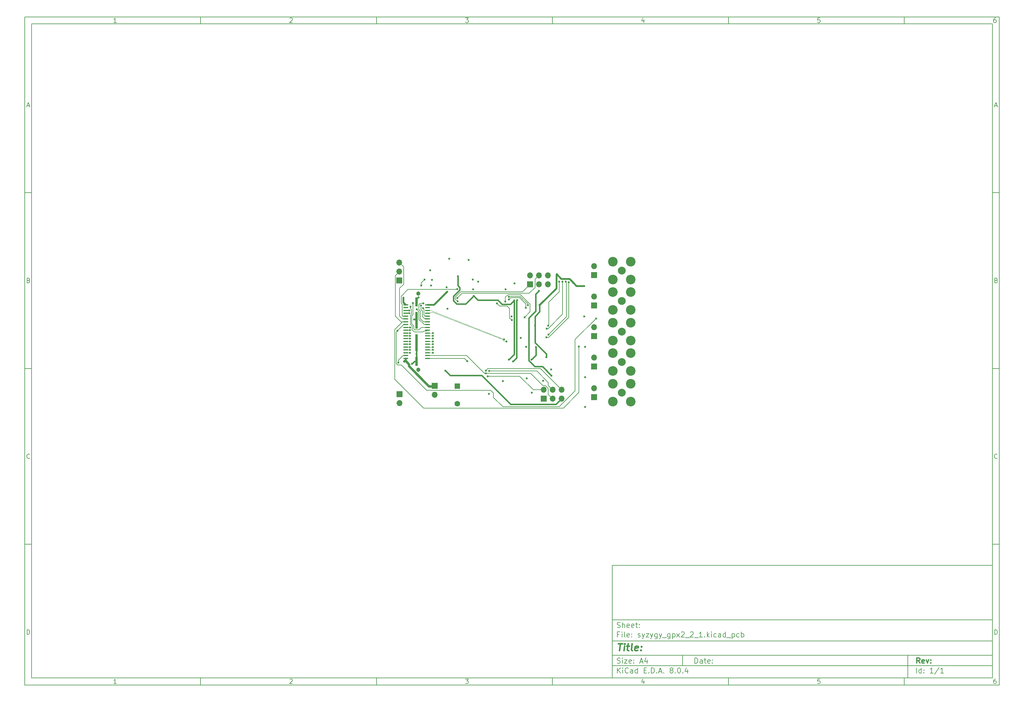
<source format=gbr>
%TF.GenerationSoftware,KiCad,Pcbnew,8.0.4*%
%TF.CreationDate,2025-07-14T14:52:45+02:00*%
%TF.ProjectId,syzygy_gpx2_2_1,73797a79-6779-45f6-9770-78325f325f31,rev?*%
%TF.SameCoordinates,Original*%
%TF.FileFunction,Copper,L4,Bot*%
%TF.FilePolarity,Positive*%
%FSLAX46Y46*%
G04 Gerber Fmt 4.6, Leading zero omitted, Abs format (unit mm)*
G04 Created by KiCad (PCBNEW 8.0.4) date 2025-07-14 14:52:45*
%MOMM*%
%LPD*%
G01*
G04 APERTURE LIST*
%ADD10C,0.100000*%
%ADD11C,0.150000*%
%ADD12C,0.300000*%
%ADD13C,0.400000*%
%TA.AperFunction,ComponentPad*%
%ADD14R,1.700000X1.700000*%
%TD*%
%TA.AperFunction,ComponentPad*%
%ADD15O,1.700000X1.700000*%
%TD*%
%TA.AperFunction,ComponentPad*%
%ADD16C,2.240000*%
%TD*%
%TA.AperFunction,ComponentPad*%
%ADD17C,2.740000*%
%TD*%
%TA.AperFunction,ComponentPad*%
%ADD18R,1.600000X1.600000*%
%TD*%
%TA.AperFunction,ComponentPad*%
%ADD19C,1.600000*%
%TD*%
%TA.AperFunction,SMDPad,CuDef*%
%ADD20R,0.640000X2.540000*%
%TD*%
%TA.AperFunction,SMDPad,CuDef*%
%ADD21R,0.640000X4.700000*%
%TD*%
%TA.AperFunction,SMDPad,CuDef*%
%ADD22R,1.450000X0.460000*%
%TD*%
%TA.AperFunction,ComponentPad*%
%ADD23C,1.200000*%
%TD*%
%TA.AperFunction,ViaPad*%
%ADD24C,0.600000*%
%TD*%
%TA.AperFunction,Conductor*%
%ADD25C,0.200000*%
%TD*%
%TA.AperFunction,Conductor*%
%ADD26C,0.400000*%
%TD*%
%TA.AperFunction,Conductor*%
%ADD27C,0.500000*%
%TD*%
%TA.AperFunction,Conductor*%
%ADD28C,0.650000*%
%TD*%
%TA.AperFunction,Conductor*%
%ADD29C,0.300000*%
%TD*%
%TA.AperFunction,Conductor*%
%ADD30C,0.120000*%
%TD*%
G04 APERTURE END LIST*
D10*
D11*
X177002200Y-166007200D02*
X285002200Y-166007200D01*
X285002200Y-198007200D01*
X177002200Y-198007200D01*
X177002200Y-166007200D01*
D10*
D11*
X10000000Y-10000000D02*
X287002200Y-10000000D01*
X287002200Y-200007200D01*
X10000000Y-200007200D01*
X10000000Y-10000000D01*
D10*
D11*
X12000000Y-12000000D02*
X285002200Y-12000000D01*
X285002200Y-198007200D01*
X12000000Y-198007200D01*
X12000000Y-12000000D01*
D10*
D11*
X60000000Y-12000000D02*
X60000000Y-10000000D01*
D10*
D11*
X110000000Y-12000000D02*
X110000000Y-10000000D01*
D10*
D11*
X160000000Y-12000000D02*
X160000000Y-10000000D01*
D10*
D11*
X210000000Y-12000000D02*
X210000000Y-10000000D01*
D10*
D11*
X260000000Y-12000000D02*
X260000000Y-10000000D01*
D10*
D11*
X36089160Y-11593604D02*
X35346303Y-11593604D01*
X35717731Y-11593604D02*
X35717731Y-10293604D01*
X35717731Y-10293604D02*
X35593922Y-10479319D01*
X35593922Y-10479319D02*
X35470112Y-10603128D01*
X35470112Y-10603128D02*
X35346303Y-10665033D01*
D10*
D11*
X85346303Y-10417414D02*
X85408207Y-10355509D01*
X85408207Y-10355509D02*
X85532017Y-10293604D01*
X85532017Y-10293604D02*
X85841541Y-10293604D01*
X85841541Y-10293604D02*
X85965350Y-10355509D01*
X85965350Y-10355509D02*
X86027255Y-10417414D01*
X86027255Y-10417414D02*
X86089160Y-10541223D01*
X86089160Y-10541223D02*
X86089160Y-10665033D01*
X86089160Y-10665033D02*
X86027255Y-10850747D01*
X86027255Y-10850747D02*
X85284398Y-11593604D01*
X85284398Y-11593604D02*
X86089160Y-11593604D01*
D10*
D11*
X135284398Y-10293604D02*
X136089160Y-10293604D01*
X136089160Y-10293604D02*
X135655826Y-10788842D01*
X135655826Y-10788842D02*
X135841541Y-10788842D01*
X135841541Y-10788842D02*
X135965350Y-10850747D01*
X135965350Y-10850747D02*
X136027255Y-10912652D01*
X136027255Y-10912652D02*
X136089160Y-11036461D01*
X136089160Y-11036461D02*
X136089160Y-11345985D01*
X136089160Y-11345985D02*
X136027255Y-11469795D01*
X136027255Y-11469795D02*
X135965350Y-11531700D01*
X135965350Y-11531700D02*
X135841541Y-11593604D01*
X135841541Y-11593604D02*
X135470112Y-11593604D01*
X135470112Y-11593604D02*
X135346303Y-11531700D01*
X135346303Y-11531700D02*
X135284398Y-11469795D01*
D10*
D11*
X185965350Y-10726938D02*
X185965350Y-11593604D01*
X185655826Y-10231700D02*
X185346303Y-11160271D01*
X185346303Y-11160271D02*
X186151064Y-11160271D01*
D10*
D11*
X236027255Y-10293604D02*
X235408207Y-10293604D01*
X235408207Y-10293604D02*
X235346303Y-10912652D01*
X235346303Y-10912652D02*
X235408207Y-10850747D01*
X235408207Y-10850747D02*
X235532017Y-10788842D01*
X235532017Y-10788842D02*
X235841541Y-10788842D01*
X235841541Y-10788842D02*
X235965350Y-10850747D01*
X235965350Y-10850747D02*
X236027255Y-10912652D01*
X236027255Y-10912652D02*
X236089160Y-11036461D01*
X236089160Y-11036461D02*
X236089160Y-11345985D01*
X236089160Y-11345985D02*
X236027255Y-11469795D01*
X236027255Y-11469795D02*
X235965350Y-11531700D01*
X235965350Y-11531700D02*
X235841541Y-11593604D01*
X235841541Y-11593604D02*
X235532017Y-11593604D01*
X235532017Y-11593604D02*
X235408207Y-11531700D01*
X235408207Y-11531700D02*
X235346303Y-11469795D01*
D10*
D11*
X285965350Y-10293604D02*
X285717731Y-10293604D01*
X285717731Y-10293604D02*
X285593922Y-10355509D01*
X285593922Y-10355509D02*
X285532017Y-10417414D01*
X285532017Y-10417414D02*
X285408207Y-10603128D01*
X285408207Y-10603128D02*
X285346303Y-10850747D01*
X285346303Y-10850747D02*
X285346303Y-11345985D01*
X285346303Y-11345985D02*
X285408207Y-11469795D01*
X285408207Y-11469795D02*
X285470112Y-11531700D01*
X285470112Y-11531700D02*
X285593922Y-11593604D01*
X285593922Y-11593604D02*
X285841541Y-11593604D01*
X285841541Y-11593604D02*
X285965350Y-11531700D01*
X285965350Y-11531700D02*
X286027255Y-11469795D01*
X286027255Y-11469795D02*
X286089160Y-11345985D01*
X286089160Y-11345985D02*
X286089160Y-11036461D01*
X286089160Y-11036461D02*
X286027255Y-10912652D01*
X286027255Y-10912652D02*
X285965350Y-10850747D01*
X285965350Y-10850747D02*
X285841541Y-10788842D01*
X285841541Y-10788842D02*
X285593922Y-10788842D01*
X285593922Y-10788842D02*
X285470112Y-10850747D01*
X285470112Y-10850747D02*
X285408207Y-10912652D01*
X285408207Y-10912652D02*
X285346303Y-11036461D01*
D10*
D11*
X60000000Y-198007200D02*
X60000000Y-200007200D01*
D10*
D11*
X110000000Y-198007200D02*
X110000000Y-200007200D01*
D10*
D11*
X160000000Y-198007200D02*
X160000000Y-200007200D01*
D10*
D11*
X210000000Y-198007200D02*
X210000000Y-200007200D01*
D10*
D11*
X260000000Y-198007200D02*
X260000000Y-200007200D01*
D10*
D11*
X36089160Y-199600804D02*
X35346303Y-199600804D01*
X35717731Y-199600804D02*
X35717731Y-198300804D01*
X35717731Y-198300804D02*
X35593922Y-198486519D01*
X35593922Y-198486519D02*
X35470112Y-198610328D01*
X35470112Y-198610328D02*
X35346303Y-198672233D01*
D10*
D11*
X85346303Y-198424614D02*
X85408207Y-198362709D01*
X85408207Y-198362709D02*
X85532017Y-198300804D01*
X85532017Y-198300804D02*
X85841541Y-198300804D01*
X85841541Y-198300804D02*
X85965350Y-198362709D01*
X85965350Y-198362709D02*
X86027255Y-198424614D01*
X86027255Y-198424614D02*
X86089160Y-198548423D01*
X86089160Y-198548423D02*
X86089160Y-198672233D01*
X86089160Y-198672233D02*
X86027255Y-198857947D01*
X86027255Y-198857947D02*
X85284398Y-199600804D01*
X85284398Y-199600804D02*
X86089160Y-199600804D01*
D10*
D11*
X135284398Y-198300804D02*
X136089160Y-198300804D01*
X136089160Y-198300804D02*
X135655826Y-198796042D01*
X135655826Y-198796042D02*
X135841541Y-198796042D01*
X135841541Y-198796042D02*
X135965350Y-198857947D01*
X135965350Y-198857947D02*
X136027255Y-198919852D01*
X136027255Y-198919852D02*
X136089160Y-199043661D01*
X136089160Y-199043661D02*
X136089160Y-199353185D01*
X136089160Y-199353185D02*
X136027255Y-199476995D01*
X136027255Y-199476995D02*
X135965350Y-199538900D01*
X135965350Y-199538900D02*
X135841541Y-199600804D01*
X135841541Y-199600804D02*
X135470112Y-199600804D01*
X135470112Y-199600804D02*
X135346303Y-199538900D01*
X135346303Y-199538900D02*
X135284398Y-199476995D01*
D10*
D11*
X185965350Y-198734138D02*
X185965350Y-199600804D01*
X185655826Y-198238900D02*
X185346303Y-199167471D01*
X185346303Y-199167471D02*
X186151064Y-199167471D01*
D10*
D11*
X236027255Y-198300804D02*
X235408207Y-198300804D01*
X235408207Y-198300804D02*
X235346303Y-198919852D01*
X235346303Y-198919852D02*
X235408207Y-198857947D01*
X235408207Y-198857947D02*
X235532017Y-198796042D01*
X235532017Y-198796042D02*
X235841541Y-198796042D01*
X235841541Y-198796042D02*
X235965350Y-198857947D01*
X235965350Y-198857947D02*
X236027255Y-198919852D01*
X236027255Y-198919852D02*
X236089160Y-199043661D01*
X236089160Y-199043661D02*
X236089160Y-199353185D01*
X236089160Y-199353185D02*
X236027255Y-199476995D01*
X236027255Y-199476995D02*
X235965350Y-199538900D01*
X235965350Y-199538900D02*
X235841541Y-199600804D01*
X235841541Y-199600804D02*
X235532017Y-199600804D01*
X235532017Y-199600804D02*
X235408207Y-199538900D01*
X235408207Y-199538900D02*
X235346303Y-199476995D01*
D10*
D11*
X285965350Y-198300804D02*
X285717731Y-198300804D01*
X285717731Y-198300804D02*
X285593922Y-198362709D01*
X285593922Y-198362709D02*
X285532017Y-198424614D01*
X285532017Y-198424614D02*
X285408207Y-198610328D01*
X285408207Y-198610328D02*
X285346303Y-198857947D01*
X285346303Y-198857947D02*
X285346303Y-199353185D01*
X285346303Y-199353185D02*
X285408207Y-199476995D01*
X285408207Y-199476995D02*
X285470112Y-199538900D01*
X285470112Y-199538900D02*
X285593922Y-199600804D01*
X285593922Y-199600804D02*
X285841541Y-199600804D01*
X285841541Y-199600804D02*
X285965350Y-199538900D01*
X285965350Y-199538900D02*
X286027255Y-199476995D01*
X286027255Y-199476995D02*
X286089160Y-199353185D01*
X286089160Y-199353185D02*
X286089160Y-199043661D01*
X286089160Y-199043661D02*
X286027255Y-198919852D01*
X286027255Y-198919852D02*
X285965350Y-198857947D01*
X285965350Y-198857947D02*
X285841541Y-198796042D01*
X285841541Y-198796042D02*
X285593922Y-198796042D01*
X285593922Y-198796042D02*
X285470112Y-198857947D01*
X285470112Y-198857947D02*
X285408207Y-198919852D01*
X285408207Y-198919852D02*
X285346303Y-199043661D01*
D10*
D11*
X10000000Y-60000000D02*
X12000000Y-60000000D01*
D10*
D11*
X10000000Y-110000000D02*
X12000000Y-110000000D01*
D10*
D11*
X10000000Y-160000000D02*
X12000000Y-160000000D01*
D10*
D11*
X10690476Y-35222176D02*
X11309523Y-35222176D01*
X10566666Y-35593604D02*
X10999999Y-34293604D01*
X10999999Y-34293604D02*
X11433333Y-35593604D01*
D10*
D11*
X11092857Y-84912652D02*
X11278571Y-84974557D01*
X11278571Y-84974557D02*
X11340476Y-85036461D01*
X11340476Y-85036461D02*
X11402380Y-85160271D01*
X11402380Y-85160271D02*
X11402380Y-85345985D01*
X11402380Y-85345985D02*
X11340476Y-85469795D01*
X11340476Y-85469795D02*
X11278571Y-85531700D01*
X11278571Y-85531700D02*
X11154761Y-85593604D01*
X11154761Y-85593604D02*
X10659523Y-85593604D01*
X10659523Y-85593604D02*
X10659523Y-84293604D01*
X10659523Y-84293604D02*
X11092857Y-84293604D01*
X11092857Y-84293604D02*
X11216666Y-84355509D01*
X11216666Y-84355509D02*
X11278571Y-84417414D01*
X11278571Y-84417414D02*
X11340476Y-84541223D01*
X11340476Y-84541223D02*
X11340476Y-84665033D01*
X11340476Y-84665033D02*
X11278571Y-84788842D01*
X11278571Y-84788842D02*
X11216666Y-84850747D01*
X11216666Y-84850747D02*
X11092857Y-84912652D01*
X11092857Y-84912652D02*
X10659523Y-84912652D01*
D10*
D11*
X11402380Y-135469795D02*
X11340476Y-135531700D01*
X11340476Y-135531700D02*
X11154761Y-135593604D01*
X11154761Y-135593604D02*
X11030952Y-135593604D01*
X11030952Y-135593604D02*
X10845238Y-135531700D01*
X10845238Y-135531700D02*
X10721428Y-135407890D01*
X10721428Y-135407890D02*
X10659523Y-135284080D01*
X10659523Y-135284080D02*
X10597619Y-135036461D01*
X10597619Y-135036461D02*
X10597619Y-134850747D01*
X10597619Y-134850747D02*
X10659523Y-134603128D01*
X10659523Y-134603128D02*
X10721428Y-134479319D01*
X10721428Y-134479319D02*
X10845238Y-134355509D01*
X10845238Y-134355509D02*
X11030952Y-134293604D01*
X11030952Y-134293604D02*
X11154761Y-134293604D01*
X11154761Y-134293604D02*
X11340476Y-134355509D01*
X11340476Y-134355509D02*
X11402380Y-134417414D01*
D10*
D11*
X10659523Y-185593604D02*
X10659523Y-184293604D01*
X10659523Y-184293604D02*
X10969047Y-184293604D01*
X10969047Y-184293604D02*
X11154761Y-184355509D01*
X11154761Y-184355509D02*
X11278571Y-184479319D01*
X11278571Y-184479319D02*
X11340476Y-184603128D01*
X11340476Y-184603128D02*
X11402380Y-184850747D01*
X11402380Y-184850747D02*
X11402380Y-185036461D01*
X11402380Y-185036461D02*
X11340476Y-185284080D01*
X11340476Y-185284080D02*
X11278571Y-185407890D01*
X11278571Y-185407890D02*
X11154761Y-185531700D01*
X11154761Y-185531700D02*
X10969047Y-185593604D01*
X10969047Y-185593604D02*
X10659523Y-185593604D01*
D10*
D11*
X287002200Y-60000000D02*
X285002200Y-60000000D01*
D10*
D11*
X287002200Y-110000000D02*
X285002200Y-110000000D01*
D10*
D11*
X287002200Y-160000000D02*
X285002200Y-160000000D01*
D10*
D11*
X285692676Y-35222176D02*
X286311723Y-35222176D01*
X285568866Y-35593604D02*
X286002199Y-34293604D01*
X286002199Y-34293604D02*
X286435533Y-35593604D01*
D10*
D11*
X286095057Y-84912652D02*
X286280771Y-84974557D01*
X286280771Y-84974557D02*
X286342676Y-85036461D01*
X286342676Y-85036461D02*
X286404580Y-85160271D01*
X286404580Y-85160271D02*
X286404580Y-85345985D01*
X286404580Y-85345985D02*
X286342676Y-85469795D01*
X286342676Y-85469795D02*
X286280771Y-85531700D01*
X286280771Y-85531700D02*
X286156961Y-85593604D01*
X286156961Y-85593604D02*
X285661723Y-85593604D01*
X285661723Y-85593604D02*
X285661723Y-84293604D01*
X285661723Y-84293604D02*
X286095057Y-84293604D01*
X286095057Y-84293604D02*
X286218866Y-84355509D01*
X286218866Y-84355509D02*
X286280771Y-84417414D01*
X286280771Y-84417414D02*
X286342676Y-84541223D01*
X286342676Y-84541223D02*
X286342676Y-84665033D01*
X286342676Y-84665033D02*
X286280771Y-84788842D01*
X286280771Y-84788842D02*
X286218866Y-84850747D01*
X286218866Y-84850747D02*
X286095057Y-84912652D01*
X286095057Y-84912652D02*
X285661723Y-84912652D01*
D10*
D11*
X286404580Y-135469795D02*
X286342676Y-135531700D01*
X286342676Y-135531700D02*
X286156961Y-135593604D01*
X286156961Y-135593604D02*
X286033152Y-135593604D01*
X286033152Y-135593604D02*
X285847438Y-135531700D01*
X285847438Y-135531700D02*
X285723628Y-135407890D01*
X285723628Y-135407890D02*
X285661723Y-135284080D01*
X285661723Y-135284080D02*
X285599819Y-135036461D01*
X285599819Y-135036461D02*
X285599819Y-134850747D01*
X285599819Y-134850747D02*
X285661723Y-134603128D01*
X285661723Y-134603128D02*
X285723628Y-134479319D01*
X285723628Y-134479319D02*
X285847438Y-134355509D01*
X285847438Y-134355509D02*
X286033152Y-134293604D01*
X286033152Y-134293604D02*
X286156961Y-134293604D01*
X286156961Y-134293604D02*
X286342676Y-134355509D01*
X286342676Y-134355509D02*
X286404580Y-134417414D01*
D10*
D11*
X285661723Y-185593604D02*
X285661723Y-184293604D01*
X285661723Y-184293604D02*
X285971247Y-184293604D01*
X285971247Y-184293604D02*
X286156961Y-184355509D01*
X286156961Y-184355509D02*
X286280771Y-184479319D01*
X286280771Y-184479319D02*
X286342676Y-184603128D01*
X286342676Y-184603128D02*
X286404580Y-184850747D01*
X286404580Y-184850747D02*
X286404580Y-185036461D01*
X286404580Y-185036461D02*
X286342676Y-185284080D01*
X286342676Y-185284080D02*
X286280771Y-185407890D01*
X286280771Y-185407890D02*
X286156961Y-185531700D01*
X286156961Y-185531700D02*
X285971247Y-185593604D01*
X285971247Y-185593604D02*
X285661723Y-185593604D01*
D10*
D11*
X200458026Y-193793328D02*
X200458026Y-192293328D01*
X200458026Y-192293328D02*
X200815169Y-192293328D01*
X200815169Y-192293328D02*
X201029455Y-192364757D01*
X201029455Y-192364757D02*
X201172312Y-192507614D01*
X201172312Y-192507614D02*
X201243741Y-192650471D01*
X201243741Y-192650471D02*
X201315169Y-192936185D01*
X201315169Y-192936185D02*
X201315169Y-193150471D01*
X201315169Y-193150471D02*
X201243741Y-193436185D01*
X201243741Y-193436185D02*
X201172312Y-193579042D01*
X201172312Y-193579042D02*
X201029455Y-193721900D01*
X201029455Y-193721900D02*
X200815169Y-193793328D01*
X200815169Y-193793328D02*
X200458026Y-193793328D01*
X202600884Y-193793328D02*
X202600884Y-193007614D01*
X202600884Y-193007614D02*
X202529455Y-192864757D01*
X202529455Y-192864757D02*
X202386598Y-192793328D01*
X202386598Y-192793328D02*
X202100884Y-192793328D01*
X202100884Y-192793328D02*
X201958026Y-192864757D01*
X202600884Y-193721900D02*
X202458026Y-193793328D01*
X202458026Y-193793328D02*
X202100884Y-193793328D01*
X202100884Y-193793328D02*
X201958026Y-193721900D01*
X201958026Y-193721900D02*
X201886598Y-193579042D01*
X201886598Y-193579042D02*
X201886598Y-193436185D01*
X201886598Y-193436185D02*
X201958026Y-193293328D01*
X201958026Y-193293328D02*
X202100884Y-193221900D01*
X202100884Y-193221900D02*
X202458026Y-193221900D01*
X202458026Y-193221900D02*
X202600884Y-193150471D01*
X203100884Y-192793328D02*
X203672312Y-192793328D01*
X203315169Y-192293328D02*
X203315169Y-193579042D01*
X203315169Y-193579042D02*
X203386598Y-193721900D01*
X203386598Y-193721900D02*
X203529455Y-193793328D01*
X203529455Y-193793328D02*
X203672312Y-193793328D01*
X204743741Y-193721900D02*
X204600884Y-193793328D01*
X204600884Y-193793328D02*
X204315170Y-193793328D01*
X204315170Y-193793328D02*
X204172312Y-193721900D01*
X204172312Y-193721900D02*
X204100884Y-193579042D01*
X204100884Y-193579042D02*
X204100884Y-193007614D01*
X204100884Y-193007614D02*
X204172312Y-192864757D01*
X204172312Y-192864757D02*
X204315170Y-192793328D01*
X204315170Y-192793328D02*
X204600884Y-192793328D01*
X204600884Y-192793328D02*
X204743741Y-192864757D01*
X204743741Y-192864757D02*
X204815170Y-193007614D01*
X204815170Y-193007614D02*
X204815170Y-193150471D01*
X204815170Y-193150471D02*
X204100884Y-193293328D01*
X205458026Y-193650471D02*
X205529455Y-193721900D01*
X205529455Y-193721900D02*
X205458026Y-193793328D01*
X205458026Y-193793328D02*
X205386598Y-193721900D01*
X205386598Y-193721900D02*
X205458026Y-193650471D01*
X205458026Y-193650471D02*
X205458026Y-193793328D01*
X205458026Y-192864757D02*
X205529455Y-192936185D01*
X205529455Y-192936185D02*
X205458026Y-193007614D01*
X205458026Y-193007614D02*
X205386598Y-192936185D01*
X205386598Y-192936185D02*
X205458026Y-192864757D01*
X205458026Y-192864757D02*
X205458026Y-193007614D01*
D10*
D11*
X177002200Y-194507200D02*
X285002200Y-194507200D01*
D10*
D11*
X178458026Y-196593328D02*
X178458026Y-195093328D01*
X179315169Y-196593328D02*
X178672312Y-195736185D01*
X179315169Y-195093328D02*
X178458026Y-195950471D01*
X179958026Y-196593328D02*
X179958026Y-195593328D01*
X179958026Y-195093328D02*
X179886598Y-195164757D01*
X179886598Y-195164757D02*
X179958026Y-195236185D01*
X179958026Y-195236185D02*
X180029455Y-195164757D01*
X180029455Y-195164757D02*
X179958026Y-195093328D01*
X179958026Y-195093328D02*
X179958026Y-195236185D01*
X181529455Y-196450471D02*
X181458027Y-196521900D01*
X181458027Y-196521900D02*
X181243741Y-196593328D01*
X181243741Y-196593328D02*
X181100884Y-196593328D01*
X181100884Y-196593328D02*
X180886598Y-196521900D01*
X180886598Y-196521900D02*
X180743741Y-196379042D01*
X180743741Y-196379042D02*
X180672312Y-196236185D01*
X180672312Y-196236185D02*
X180600884Y-195950471D01*
X180600884Y-195950471D02*
X180600884Y-195736185D01*
X180600884Y-195736185D02*
X180672312Y-195450471D01*
X180672312Y-195450471D02*
X180743741Y-195307614D01*
X180743741Y-195307614D02*
X180886598Y-195164757D01*
X180886598Y-195164757D02*
X181100884Y-195093328D01*
X181100884Y-195093328D02*
X181243741Y-195093328D01*
X181243741Y-195093328D02*
X181458027Y-195164757D01*
X181458027Y-195164757D02*
X181529455Y-195236185D01*
X182815170Y-196593328D02*
X182815170Y-195807614D01*
X182815170Y-195807614D02*
X182743741Y-195664757D01*
X182743741Y-195664757D02*
X182600884Y-195593328D01*
X182600884Y-195593328D02*
X182315170Y-195593328D01*
X182315170Y-195593328D02*
X182172312Y-195664757D01*
X182815170Y-196521900D02*
X182672312Y-196593328D01*
X182672312Y-196593328D02*
X182315170Y-196593328D01*
X182315170Y-196593328D02*
X182172312Y-196521900D01*
X182172312Y-196521900D02*
X182100884Y-196379042D01*
X182100884Y-196379042D02*
X182100884Y-196236185D01*
X182100884Y-196236185D02*
X182172312Y-196093328D01*
X182172312Y-196093328D02*
X182315170Y-196021900D01*
X182315170Y-196021900D02*
X182672312Y-196021900D01*
X182672312Y-196021900D02*
X182815170Y-195950471D01*
X184172313Y-196593328D02*
X184172313Y-195093328D01*
X184172313Y-196521900D02*
X184029455Y-196593328D01*
X184029455Y-196593328D02*
X183743741Y-196593328D01*
X183743741Y-196593328D02*
X183600884Y-196521900D01*
X183600884Y-196521900D02*
X183529455Y-196450471D01*
X183529455Y-196450471D02*
X183458027Y-196307614D01*
X183458027Y-196307614D02*
X183458027Y-195879042D01*
X183458027Y-195879042D02*
X183529455Y-195736185D01*
X183529455Y-195736185D02*
X183600884Y-195664757D01*
X183600884Y-195664757D02*
X183743741Y-195593328D01*
X183743741Y-195593328D02*
X184029455Y-195593328D01*
X184029455Y-195593328D02*
X184172313Y-195664757D01*
X186029455Y-195807614D02*
X186529455Y-195807614D01*
X186743741Y-196593328D02*
X186029455Y-196593328D01*
X186029455Y-196593328D02*
X186029455Y-195093328D01*
X186029455Y-195093328D02*
X186743741Y-195093328D01*
X187386598Y-196450471D02*
X187458027Y-196521900D01*
X187458027Y-196521900D02*
X187386598Y-196593328D01*
X187386598Y-196593328D02*
X187315170Y-196521900D01*
X187315170Y-196521900D02*
X187386598Y-196450471D01*
X187386598Y-196450471D02*
X187386598Y-196593328D01*
X188100884Y-196593328D02*
X188100884Y-195093328D01*
X188100884Y-195093328D02*
X188458027Y-195093328D01*
X188458027Y-195093328D02*
X188672313Y-195164757D01*
X188672313Y-195164757D02*
X188815170Y-195307614D01*
X188815170Y-195307614D02*
X188886599Y-195450471D01*
X188886599Y-195450471D02*
X188958027Y-195736185D01*
X188958027Y-195736185D02*
X188958027Y-195950471D01*
X188958027Y-195950471D02*
X188886599Y-196236185D01*
X188886599Y-196236185D02*
X188815170Y-196379042D01*
X188815170Y-196379042D02*
X188672313Y-196521900D01*
X188672313Y-196521900D02*
X188458027Y-196593328D01*
X188458027Y-196593328D02*
X188100884Y-196593328D01*
X189600884Y-196450471D02*
X189672313Y-196521900D01*
X189672313Y-196521900D02*
X189600884Y-196593328D01*
X189600884Y-196593328D02*
X189529456Y-196521900D01*
X189529456Y-196521900D02*
X189600884Y-196450471D01*
X189600884Y-196450471D02*
X189600884Y-196593328D01*
X190243742Y-196164757D02*
X190958028Y-196164757D01*
X190100885Y-196593328D02*
X190600885Y-195093328D01*
X190600885Y-195093328D02*
X191100885Y-196593328D01*
X191600884Y-196450471D02*
X191672313Y-196521900D01*
X191672313Y-196521900D02*
X191600884Y-196593328D01*
X191600884Y-196593328D02*
X191529456Y-196521900D01*
X191529456Y-196521900D02*
X191600884Y-196450471D01*
X191600884Y-196450471D02*
X191600884Y-196593328D01*
X193672313Y-195736185D02*
X193529456Y-195664757D01*
X193529456Y-195664757D02*
X193458027Y-195593328D01*
X193458027Y-195593328D02*
X193386599Y-195450471D01*
X193386599Y-195450471D02*
X193386599Y-195379042D01*
X193386599Y-195379042D02*
X193458027Y-195236185D01*
X193458027Y-195236185D02*
X193529456Y-195164757D01*
X193529456Y-195164757D02*
X193672313Y-195093328D01*
X193672313Y-195093328D02*
X193958027Y-195093328D01*
X193958027Y-195093328D02*
X194100885Y-195164757D01*
X194100885Y-195164757D02*
X194172313Y-195236185D01*
X194172313Y-195236185D02*
X194243742Y-195379042D01*
X194243742Y-195379042D02*
X194243742Y-195450471D01*
X194243742Y-195450471D02*
X194172313Y-195593328D01*
X194172313Y-195593328D02*
X194100885Y-195664757D01*
X194100885Y-195664757D02*
X193958027Y-195736185D01*
X193958027Y-195736185D02*
X193672313Y-195736185D01*
X193672313Y-195736185D02*
X193529456Y-195807614D01*
X193529456Y-195807614D02*
X193458027Y-195879042D01*
X193458027Y-195879042D02*
X193386599Y-196021900D01*
X193386599Y-196021900D02*
X193386599Y-196307614D01*
X193386599Y-196307614D02*
X193458027Y-196450471D01*
X193458027Y-196450471D02*
X193529456Y-196521900D01*
X193529456Y-196521900D02*
X193672313Y-196593328D01*
X193672313Y-196593328D02*
X193958027Y-196593328D01*
X193958027Y-196593328D02*
X194100885Y-196521900D01*
X194100885Y-196521900D02*
X194172313Y-196450471D01*
X194172313Y-196450471D02*
X194243742Y-196307614D01*
X194243742Y-196307614D02*
X194243742Y-196021900D01*
X194243742Y-196021900D02*
X194172313Y-195879042D01*
X194172313Y-195879042D02*
X194100885Y-195807614D01*
X194100885Y-195807614D02*
X193958027Y-195736185D01*
X194886598Y-196450471D02*
X194958027Y-196521900D01*
X194958027Y-196521900D02*
X194886598Y-196593328D01*
X194886598Y-196593328D02*
X194815170Y-196521900D01*
X194815170Y-196521900D02*
X194886598Y-196450471D01*
X194886598Y-196450471D02*
X194886598Y-196593328D01*
X195886599Y-195093328D02*
X196029456Y-195093328D01*
X196029456Y-195093328D02*
X196172313Y-195164757D01*
X196172313Y-195164757D02*
X196243742Y-195236185D01*
X196243742Y-195236185D02*
X196315170Y-195379042D01*
X196315170Y-195379042D02*
X196386599Y-195664757D01*
X196386599Y-195664757D02*
X196386599Y-196021900D01*
X196386599Y-196021900D02*
X196315170Y-196307614D01*
X196315170Y-196307614D02*
X196243742Y-196450471D01*
X196243742Y-196450471D02*
X196172313Y-196521900D01*
X196172313Y-196521900D02*
X196029456Y-196593328D01*
X196029456Y-196593328D02*
X195886599Y-196593328D01*
X195886599Y-196593328D02*
X195743742Y-196521900D01*
X195743742Y-196521900D02*
X195672313Y-196450471D01*
X195672313Y-196450471D02*
X195600884Y-196307614D01*
X195600884Y-196307614D02*
X195529456Y-196021900D01*
X195529456Y-196021900D02*
X195529456Y-195664757D01*
X195529456Y-195664757D02*
X195600884Y-195379042D01*
X195600884Y-195379042D02*
X195672313Y-195236185D01*
X195672313Y-195236185D02*
X195743742Y-195164757D01*
X195743742Y-195164757D02*
X195886599Y-195093328D01*
X197029455Y-196450471D02*
X197100884Y-196521900D01*
X197100884Y-196521900D02*
X197029455Y-196593328D01*
X197029455Y-196593328D02*
X196958027Y-196521900D01*
X196958027Y-196521900D02*
X197029455Y-196450471D01*
X197029455Y-196450471D02*
X197029455Y-196593328D01*
X198386599Y-195593328D02*
X198386599Y-196593328D01*
X198029456Y-195021900D02*
X197672313Y-196093328D01*
X197672313Y-196093328D02*
X198600884Y-196093328D01*
D10*
D11*
X177002200Y-191507200D02*
X285002200Y-191507200D01*
D10*
D12*
X264413853Y-193785528D02*
X263913853Y-193071242D01*
X263556710Y-193785528D02*
X263556710Y-192285528D01*
X263556710Y-192285528D02*
X264128139Y-192285528D01*
X264128139Y-192285528D02*
X264270996Y-192356957D01*
X264270996Y-192356957D02*
X264342425Y-192428385D01*
X264342425Y-192428385D02*
X264413853Y-192571242D01*
X264413853Y-192571242D02*
X264413853Y-192785528D01*
X264413853Y-192785528D02*
X264342425Y-192928385D01*
X264342425Y-192928385D02*
X264270996Y-192999814D01*
X264270996Y-192999814D02*
X264128139Y-193071242D01*
X264128139Y-193071242D02*
X263556710Y-193071242D01*
X265628139Y-193714100D02*
X265485282Y-193785528D01*
X265485282Y-193785528D02*
X265199568Y-193785528D01*
X265199568Y-193785528D02*
X265056710Y-193714100D01*
X265056710Y-193714100D02*
X264985282Y-193571242D01*
X264985282Y-193571242D02*
X264985282Y-192999814D01*
X264985282Y-192999814D02*
X265056710Y-192856957D01*
X265056710Y-192856957D02*
X265199568Y-192785528D01*
X265199568Y-192785528D02*
X265485282Y-192785528D01*
X265485282Y-192785528D02*
X265628139Y-192856957D01*
X265628139Y-192856957D02*
X265699568Y-192999814D01*
X265699568Y-192999814D02*
X265699568Y-193142671D01*
X265699568Y-193142671D02*
X264985282Y-193285528D01*
X266199567Y-192785528D02*
X266556710Y-193785528D01*
X266556710Y-193785528D02*
X266913853Y-192785528D01*
X267485281Y-193642671D02*
X267556710Y-193714100D01*
X267556710Y-193714100D02*
X267485281Y-193785528D01*
X267485281Y-193785528D02*
X267413853Y-193714100D01*
X267413853Y-193714100D02*
X267485281Y-193642671D01*
X267485281Y-193642671D02*
X267485281Y-193785528D01*
X267485281Y-192856957D02*
X267556710Y-192928385D01*
X267556710Y-192928385D02*
X267485281Y-192999814D01*
X267485281Y-192999814D02*
X267413853Y-192928385D01*
X267413853Y-192928385D02*
X267485281Y-192856957D01*
X267485281Y-192856957D02*
X267485281Y-192999814D01*
D10*
D11*
X178386598Y-193721900D02*
X178600884Y-193793328D01*
X178600884Y-193793328D02*
X178958026Y-193793328D01*
X178958026Y-193793328D02*
X179100884Y-193721900D01*
X179100884Y-193721900D02*
X179172312Y-193650471D01*
X179172312Y-193650471D02*
X179243741Y-193507614D01*
X179243741Y-193507614D02*
X179243741Y-193364757D01*
X179243741Y-193364757D02*
X179172312Y-193221900D01*
X179172312Y-193221900D02*
X179100884Y-193150471D01*
X179100884Y-193150471D02*
X178958026Y-193079042D01*
X178958026Y-193079042D02*
X178672312Y-193007614D01*
X178672312Y-193007614D02*
X178529455Y-192936185D01*
X178529455Y-192936185D02*
X178458026Y-192864757D01*
X178458026Y-192864757D02*
X178386598Y-192721900D01*
X178386598Y-192721900D02*
X178386598Y-192579042D01*
X178386598Y-192579042D02*
X178458026Y-192436185D01*
X178458026Y-192436185D02*
X178529455Y-192364757D01*
X178529455Y-192364757D02*
X178672312Y-192293328D01*
X178672312Y-192293328D02*
X179029455Y-192293328D01*
X179029455Y-192293328D02*
X179243741Y-192364757D01*
X179886597Y-193793328D02*
X179886597Y-192793328D01*
X179886597Y-192293328D02*
X179815169Y-192364757D01*
X179815169Y-192364757D02*
X179886597Y-192436185D01*
X179886597Y-192436185D02*
X179958026Y-192364757D01*
X179958026Y-192364757D02*
X179886597Y-192293328D01*
X179886597Y-192293328D02*
X179886597Y-192436185D01*
X180458026Y-192793328D02*
X181243741Y-192793328D01*
X181243741Y-192793328D02*
X180458026Y-193793328D01*
X180458026Y-193793328D02*
X181243741Y-193793328D01*
X182386598Y-193721900D02*
X182243741Y-193793328D01*
X182243741Y-193793328D02*
X181958027Y-193793328D01*
X181958027Y-193793328D02*
X181815169Y-193721900D01*
X181815169Y-193721900D02*
X181743741Y-193579042D01*
X181743741Y-193579042D02*
X181743741Y-193007614D01*
X181743741Y-193007614D02*
X181815169Y-192864757D01*
X181815169Y-192864757D02*
X181958027Y-192793328D01*
X181958027Y-192793328D02*
X182243741Y-192793328D01*
X182243741Y-192793328D02*
X182386598Y-192864757D01*
X182386598Y-192864757D02*
X182458027Y-193007614D01*
X182458027Y-193007614D02*
X182458027Y-193150471D01*
X182458027Y-193150471D02*
X181743741Y-193293328D01*
X183100883Y-193650471D02*
X183172312Y-193721900D01*
X183172312Y-193721900D02*
X183100883Y-193793328D01*
X183100883Y-193793328D02*
X183029455Y-193721900D01*
X183029455Y-193721900D02*
X183100883Y-193650471D01*
X183100883Y-193650471D02*
X183100883Y-193793328D01*
X183100883Y-192864757D02*
X183172312Y-192936185D01*
X183172312Y-192936185D02*
X183100883Y-193007614D01*
X183100883Y-193007614D02*
X183029455Y-192936185D01*
X183029455Y-192936185D02*
X183100883Y-192864757D01*
X183100883Y-192864757D02*
X183100883Y-193007614D01*
X184886598Y-193364757D02*
X185600884Y-193364757D01*
X184743741Y-193793328D02*
X185243741Y-192293328D01*
X185243741Y-192293328D02*
X185743741Y-193793328D01*
X186886598Y-192793328D02*
X186886598Y-193793328D01*
X186529455Y-192221900D02*
X186172312Y-193293328D01*
X186172312Y-193293328D02*
X187100883Y-193293328D01*
D10*
D11*
X263458026Y-196593328D02*
X263458026Y-195093328D01*
X264815170Y-196593328D02*
X264815170Y-195093328D01*
X264815170Y-196521900D02*
X264672312Y-196593328D01*
X264672312Y-196593328D02*
X264386598Y-196593328D01*
X264386598Y-196593328D02*
X264243741Y-196521900D01*
X264243741Y-196521900D02*
X264172312Y-196450471D01*
X264172312Y-196450471D02*
X264100884Y-196307614D01*
X264100884Y-196307614D02*
X264100884Y-195879042D01*
X264100884Y-195879042D02*
X264172312Y-195736185D01*
X264172312Y-195736185D02*
X264243741Y-195664757D01*
X264243741Y-195664757D02*
X264386598Y-195593328D01*
X264386598Y-195593328D02*
X264672312Y-195593328D01*
X264672312Y-195593328D02*
X264815170Y-195664757D01*
X265529455Y-196450471D02*
X265600884Y-196521900D01*
X265600884Y-196521900D02*
X265529455Y-196593328D01*
X265529455Y-196593328D02*
X265458027Y-196521900D01*
X265458027Y-196521900D02*
X265529455Y-196450471D01*
X265529455Y-196450471D02*
X265529455Y-196593328D01*
X265529455Y-195664757D02*
X265600884Y-195736185D01*
X265600884Y-195736185D02*
X265529455Y-195807614D01*
X265529455Y-195807614D02*
X265458027Y-195736185D01*
X265458027Y-195736185D02*
X265529455Y-195664757D01*
X265529455Y-195664757D02*
X265529455Y-195807614D01*
X268172313Y-196593328D02*
X267315170Y-196593328D01*
X267743741Y-196593328D02*
X267743741Y-195093328D01*
X267743741Y-195093328D02*
X267600884Y-195307614D01*
X267600884Y-195307614D02*
X267458027Y-195450471D01*
X267458027Y-195450471D02*
X267315170Y-195521900D01*
X269886598Y-195021900D02*
X268600884Y-196950471D01*
X271172313Y-196593328D02*
X270315170Y-196593328D01*
X270743741Y-196593328D02*
X270743741Y-195093328D01*
X270743741Y-195093328D02*
X270600884Y-195307614D01*
X270600884Y-195307614D02*
X270458027Y-195450471D01*
X270458027Y-195450471D02*
X270315170Y-195521900D01*
D10*
D11*
X177002200Y-187507200D02*
X285002200Y-187507200D01*
D10*
D13*
X178693928Y-188211638D02*
X179836785Y-188211638D01*
X179015357Y-190211638D02*
X179265357Y-188211638D01*
X180253452Y-190211638D02*
X180420119Y-188878304D01*
X180503452Y-188211638D02*
X180396309Y-188306876D01*
X180396309Y-188306876D02*
X180479643Y-188402114D01*
X180479643Y-188402114D02*
X180586786Y-188306876D01*
X180586786Y-188306876D02*
X180503452Y-188211638D01*
X180503452Y-188211638D02*
X180479643Y-188402114D01*
X181086786Y-188878304D02*
X181848690Y-188878304D01*
X181455833Y-188211638D02*
X181241548Y-189925923D01*
X181241548Y-189925923D02*
X181312976Y-190116400D01*
X181312976Y-190116400D02*
X181491548Y-190211638D01*
X181491548Y-190211638D02*
X181682024Y-190211638D01*
X182634405Y-190211638D02*
X182455833Y-190116400D01*
X182455833Y-190116400D02*
X182384405Y-189925923D01*
X182384405Y-189925923D02*
X182598690Y-188211638D01*
X184170119Y-190116400D02*
X183967738Y-190211638D01*
X183967738Y-190211638D02*
X183586785Y-190211638D01*
X183586785Y-190211638D02*
X183408214Y-190116400D01*
X183408214Y-190116400D02*
X183336785Y-189925923D01*
X183336785Y-189925923D02*
X183432024Y-189164019D01*
X183432024Y-189164019D02*
X183551071Y-188973542D01*
X183551071Y-188973542D02*
X183753452Y-188878304D01*
X183753452Y-188878304D02*
X184134404Y-188878304D01*
X184134404Y-188878304D02*
X184312976Y-188973542D01*
X184312976Y-188973542D02*
X184384404Y-189164019D01*
X184384404Y-189164019D02*
X184360595Y-189354495D01*
X184360595Y-189354495D02*
X183384404Y-189544971D01*
X185134405Y-190021161D02*
X185217738Y-190116400D01*
X185217738Y-190116400D02*
X185110595Y-190211638D01*
X185110595Y-190211638D02*
X185027262Y-190116400D01*
X185027262Y-190116400D02*
X185134405Y-190021161D01*
X185134405Y-190021161D02*
X185110595Y-190211638D01*
X185265357Y-188973542D02*
X185348690Y-189068780D01*
X185348690Y-189068780D02*
X185241548Y-189164019D01*
X185241548Y-189164019D02*
X185158214Y-189068780D01*
X185158214Y-189068780D02*
X185265357Y-188973542D01*
X185265357Y-188973542D02*
X185241548Y-189164019D01*
D10*
D11*
X178958026Y-185607614D02*
X178458026Y-185607614D01*
X178458026Y-186393328D02*
X178458026Y-184893328D01*
X178458026Y-184893328D02*
X179172312Y-184893328D01*
X179743740Y-186393328D02*
X179743740Y-185393328D01*
X179743740Y-184893328D02*
X179672312Y-184964757D01*
X179672312Y-184964757D02*
X179743740Y-185036185D01*
X179743740Y-185036185D02*
X179815169Y-184964757D01*
X179815169Y-184964757D02*
X179743740Y-184893328D01*
X179743740Y-184893328D02*
X179743740Y-185036185D01*
X180672312Y-186393328D02*
X180529455Y-186321900D01*
X180529455Y-186321900D02*
X180458026Y-186179042D01*
X180458026Y-186179042D02*
X180458026Y-184893328D01*
X181815169Y-186321900D02*
X181672312Y-186393328D01*
X181672312Y-186393328D02*
X181386598Y-186393328D01*
X181386598Y-186393328D02*
X181243740Y-186321900D01*
X181243740Y-186321900D02*
X181172312Y-186179042D01*
X181172312Y-186179042D02*
X181172312Y-185607614D01*
X181172312Y-185607614D02*
X181243740Y-185464757D01*
X181243740Y-185464757D02*
X181386598Y-185393328D01*
X181386598Y-185393328D02*
X181672312Y-185393328D01*
X181672312Y-185393328D02*
X181815169Y-185464757D01*
X181815169Y-185464757D02*
X181886598Y-185607614D01*
X181886598Y-185607614D02*
X181886598Y-185750471D01*
X181886598Y-185750471D02*
X181172312Y-185893328D01*
X182529454Y-186250471D02*
X182600883Y-186321900D01*
X182600883Y-186321900D02*
X182529454Y-186393328D01*
X182529454Y-186393328D02*
X182458026Y-186321900D01*
X182458026Y-186321900D02*
X182529454Y-186250471D01*
X182529454Y-186250471D02*
X182529454Y-186393328D01*
X182529454Y-185464757D02*
X182600883Y-185536185D01*
X182600883Y-185536185D02*
X182529454Y-185607614D01*
X182529454Y-185607614D02*
X182458026Y-185536185D01*
X182458026Y-185536185D02*
X182529454Y-185464757D01*
X182529454Y-185464757D02*
X182529454Y-185607614D01*
X184315169Y-186321900D02*
X184458026Y-186393328D01*
X184458026Y-186393328D02*
X184743740Y-186393328D01*
X184743740Y-186393328D02*
X184886597Y-186321900D01*
X184886597Y-186321900D02*
X184958026Y-186179042D01*
X184958026Y-186179042D02*
X184958026Y-186107614D01*
X184958026Y-186107614D02*
X184886597Y-185964757D01*
X184886597Y-185964757D02*
X184743740Y-185893328D01*
X184743740Y-185893328D02*
X184529455Y-185893328D01*
X184529455Y-185893328D02*
X184386597Y-185821900D01*
X184386597Y-185821900D02*
X184315169Y-185679042D01*
X184315169Y-185679042D02*
X184315169Y-185607614D01*
X184315169Y-185607614D02*
X184386597Y-185464757D01*
X184386597Y-185464757D02*
X184529455Y-185393328D01*
X184529455Y-185393328D02*
X184743740Y-185393328D01*
X184743740Y-185393328D02*
X184886597Y-185464757D01*
X185458026Y-185393328D02*
X185815169Y-186393328D01*
X186172312Y-185393328D02*
X185815169Y-186393328D01*
X185815169Y-186393328D02*
X185672312Y-186750471D01*
X185672312Y-186750471D02*
X185600883Y-186821900D01*
X185600883Y-186821900D02*
X185458026Y-186893328D01*
X186600883Y-185393328D02*
X187386598Y-185393328D01*
X187386598Y-185393328D02*
X186600883Y-186393328D01*
X186600883Y-186393328D02*
X187386598Y-186393328D01*
X187815169Y-185393328D02*
X188172312Y-186393328D01*
X188529455Y-185393328D02*
X188172312Y-186393328D01*
X188172312Y-186393328D02*
X188029455Y-186750471D01*
X188029455Y-186750471D02*
X187958026Y-186821900D01*
X187958026Y-186821900D02*
X187815169Y-186893328D01*
X189743741Y-185393328D02*
X189743741Y-186607614D01*
X189743741Y-186607614D02*
X189672312Y-186750471D01*
X189672312Y-186750471D02*
X189600883Y-186821900D01*
X189600883Y-186821900D02*
X189458026Y-186893328D01*
X189458026Y-186893328D02*
X189243741Y-186893328D01*
X189243741Y-186893328D02*
X189100883Y-186821900D01*
X189743741Y-186321900D02*
X189600883Y-186393328D01*
X189600883Y-186393328D02*
X189315169Y-186393328D01*
X189315169Y-186393328D02*
X189172312Y-186321900D01*
X189172312Y-186321900D02*
X189100883Y-186250471D01*
X189100883Y-186250471D02*
X189029455Y-186107614D01*
X189029455Y-186107614D02*
X189029455Y-185679042D01*
X189029455Y-185679042D02*
X189100883Y-185536185D01*
X189100883Y-185536185D02*
X189172312Y-185464757D01*
X189172312Y-185464757D02*
X189315169Y-185393328D01*
X189315169Y-185393328D02*
X189600883Y-185393328D01*
X189600883Y-185393328D02*
X189743741Y-185464757D01*
X190315169Y-185393328D02*
X190672312Y-186393328D01*
X191029455Y-185393328D02*
X190672312Y-186393328D01*
X190672312Y-186393328D02*
X190529455Y-186750471D01*
X190529455Y-186750471D02*
X190458026Y-186821900D01*
X190458026Y-186821900D02*
X190315169Y-186893328D01*
X191243741Y-186536185D02*
X192386598Y-186536185D01*
X193386598Y-185393328D02*
X193386598Y-186607614D01*
X193386598Y-186607614D02*
X193315169Y-186750471D01*
X193315169Y-186750471D02*
X193243740Y-186821900D01*
X193243740Y-186821900D02*
X193100883Y-186893328D01*
X193100883Y-186893328D02*
X192886598Y-186893328D01*
X192886598Y-186893328D02*
X192743740Y-186821900D01*
X193386598Y-186321900D02*
X193243740Y-186393328D01*
X193243740Y-186393328D02*
X192958026Y-186393328D01*
X192958026Y-186393328D02*
X192815169Y-186321900D01*
X192815169Y-186321900D02*
X192743740Y-186250471D01*
X192743740Y-186250471D02*
X192672312Y-186107614D01*
X192672312Y-186107614D02*
X192672312Y-185679042D01*
X192672312Y-185679042D02*
X192743740Y-185536185D01*
X192743740Y-185536185D02*
X192815169Y-185464757D01*
X192815169Y-185464757D02*
X192958026Y-185393328D01*
X192958026Y-185393328D02*
X193243740Y-185393328D01*
X193243740Y-185393328D02*
X193386598Y-185464757D01*
X194100883Y-185393328D02*
X194100883Y-186893328D01*
X194100883Y-185464757D02*
X194243741Y-185393328D01*
X194243741Y-185393328D02*
X194529455Y-185393328D01*
X194529455Y-185393328D02*
X194672312Y-185464757D01*
X194672312Y-185464757D02*
X194743741Y-185536185D01*
X194743741Y-185536185D02*
X194815169Y-185679042D01*
X194815169Y-185679042D02*
X194815169Y-186107614D01*
X194815169Y-186107614D02*
X194743741Y-186250471D01*
X194743741Y-186250471D02*
X194672312Y-186321900D01*
X194672312Y-186321900D02*
X194529455Y-186393328D01*
X194529455Y-186393328D02*
X194243741Y-186393328D01*
X194243741Y-186393328D02*
X194100883Y-186321900D01*
X195315169Y-186393328D02*
X196100884Y-185393328D01*
X195315169Y-185393328D02*
X196100884Y-186393328D01*
X196600884Y-185036185D02*
X196672312Y-184964757D01*
X196672312Y-184964757D02*
X196815170Y-184893328D01*
X196815170Y-184893328D02*
X197172312Y-184893328D01*
X197172312Y-184893328D02*
X197315170Y-184964757D01*
X197315170Y-184964757D02*
X197386598Y-185036185D01*
X197386598Y-185036185D02*
X197458027Y-185179042D01*
X197458027Y-185179042D02*
X197458027Y-185321900D01*
X197458027Y-185321900D02*
X197386598Y-185536185D01*
X197386598Y-185536185D02*
X196529455Y-186393328D01*
X196529455Y-186393328D02*
X197458027Y-186393328D01*
X197743741Y-186536185D02*
X198886598Y-186536185D01*
X199172312Y-185036185D02*
X199243740Y-184964757D01*
X199243740Y-184964757D02*
X199386598Y-184893328D01*
X199386598Y-184893328D02*
X199743740Y-184893328D01*
X199743740Y-184893328D02*
X199886598Y-184964757D01*
X199886598Y-184964757D02*
X199958026Y-185036185D01*
X199958026Y-185036185D02*
X200029455Y-185179042D01*
X200029455Y-185179042D02*
X200029455Y-185321900D01*
X200029455Y-185321900D02*
X199958026Y-185536185D01*
X199958026Y-185536185D02*
X199100883Y-186393328D01*
X199100883Y-186393328D02*
X200029455Y-186393328D01*
X200315169Y-186536185D02*
X201458026Y-186536185D01*
X202600883Y-186393328D02*
X201743740Y-186393328D01*
X202172311Y-186393328D02*
X202172311Y-184893328D01*
X202172311Y-184893328D02*
X202029454Y-185107614D01*
X202029454Y-185107614D02*
X201886597Y-185250471D01*
X201886597Y-185250471D02*
X201743740Y-185321900D01*
X203243739Y-186250471D02*
X203315168Y-186321900D01*
X203315168Y-186321900D02*
X203243739Y-186393328D01*
X203243739Y-186393328D02*
X203172311Y-186321900D01*
X203172311Y-186321900D02*
X203243739Y-186250471D01*
X203243739Y-186250471D02*
X203243739Y-186393328D01*
X203958025Y-186393328D02*
X203958025Y-184893328D01*
X204100883Y-185821900D02*
X204529454Y-186393328D01*
X204529454Y-185393328D02*
X203958025Y-185964757D01*
X205172311Y-186393328D02*
X205172311Y-185393328D01*
X205172311Y-184893328D02*
X205100883Y-184964757D01*
X205100883Y-184964757D02*
X205172311Y-185036185D01*
X205172311Y-185036185D02*
X205243740Y-184964757D01*
X205243740Y-184964757D02*
X205172311Y-184893328D01*
X205172311Y-184893328D02*
X205172311Y-185036185D01*
X206529455Y-186321900D02*
X206386597Y-186393328D01*
X206386597Y-186393328D02*
X206100883Y-186393328D01*
X206100883Y-186393328D02*
X205958026Y-186321900D01*
X205958026Y-186321900D02*
X205886597Y-186250471D01*
X205886597Y-186250471D02*
X205815169Y-186107614D01*
X205815169Y-186107614D02*
X205815169Y-185679042D01*
X205815169Y-185679042D02*
X205886597Y-185536185D01*
X205886597Y-185536185D02*
X205958026Y-185464757D01*
X205958026Y-185464757D02*
X206100883Y-185393328D01*
X206100883Y-185393328D02*
X206386597Y-185393328D01*
X206386597Y-185393328D02*
X206529455Y-185464757D01*
X207815169Y-186393328D02*
X207815169Y-185607614D01*
X207815169Y-185607614D02*
X207743740Y-185464757D01*
X207743740Y-185464757D02*
X207600883Y-185393328D01*
X207600883Y-185393328D02*
X207315169Y-185393328D01*
X207315169Y-185393328D02*
X207172311Y-185464757D01*
X207815169Y-186321900D02*
X207672311Y-186393328D01*
X207672311Y-186393328D02*
X207315169Y-186393328D01*
X207315169Y-186393328D02*
X207172311Y-186321900D01*
X207172311Y-186321900D02*
X207100883Y-186179042D01*
X207100883Y-186179042D02*
X207100883Y-186036185D01*
X207100883Y-186036185D02*
X207172311Y-185893328D01*
X207172311Y-185893328D02*
X207315169Y-185821900D01*
X207315169Y-185821900D02*
X207672311Y-185821900D01*
X207672311Y-185821900D02*
X207815169Y-185750471D01*
X209172312Y-186393328D02*
X209172312Y-184893328D01*
X209172312Y-186321900D02*
X209029454Y-186393328D01*
X209029454Y-186393328D02*
X208743740Y-186393328D01*
X208743740Y-186393328D02*
X208600883Y-186321900D01*
X208600883Y-186321900D02*
X208529454Y-186250471D01*
X208529454Y-186250471D02*
X208458026Y-186107614D01*
X208458026Y-186107614D02*
X208458026Y-185679042D01*
X208458026Y-185679042D02*
X208529454Y-185536185D01*
X208529454Y-185536185D02*
X208600883Y-185464757D01*
X208600883Y-185464757D02*
X208743740Y-185393328D01*
X208743740Y-185393328D02*
X209029454Y-185393328D01*
X209029454Y-185393328D02*
X209172312Y-185464757D01*
X209529455Y-186536185D02*
X210672312Y-186536185D01*
X211029454Y-185393328D02*
X211029454Y-186893328D01*
X211029454Y-185464757D02*
X211172312Y-185393328D01*
X211172312Y-185393328D02*
X211458026Y-185393328D01*
X211458026Y-185393328D02*
X211600883Y-185464757D01*
X211600883Y-185464757D02*
X211672312Y-185536185D01*
X211672312Y-185536185D02*
X211743740Y-185679042D01*
X211743740Y-185679042D02*
X211743740Y-186107614D01*
X211743740Y-186107614D02*
X211672312Y-186250471D01*
X211672312Y-186250471D02*
X211600883Y-186321900D01*
X211600883Y-186321900D02*
X211458026Y-186393328D01*
X211458026Y-186393328D02*
X211172312Y-186393328D01*
X211172312Y-186393328D02*
X211029454Y-186321900D01*
X213029455Y-186321900D02*
X212886597Y-186393328D01*
X212886597Y-186393328D02*
X212600883Y-186393328D01*
X212600883Y-186393328D02*
X212458026Y-186321900D01*
X212458026Y-186321900D02*
X212386597Y-186250471D01*
X212386597Y-186250471D02*
X212315169Y-186107614D01*
X212315169Y-186107614D02*
X212315169Y-185679042D01*
X212315169Y-185679042D02*
X212386597Y-185536185D01*
X212386597Y-185536185D02*
X212458026Y-185464757D01*
X212458026Y-185464757D02*
X212600883Y-185393328D01*
X212600883Y-185393328D02*
X212886597Y-185393328D01*
X212886597Y-185393328D02*
X213029455Y-185464757D01*
X213672311Y-186393328D02*
X213672311Y-184893328D01*
X213672311Y-185464757D02*
X213815169Y-185393328D01*
X213815169Y-185393328D02*
X214100883Y-185393328D01*
X214100883Y-185393328D02*
X214243740Y-185464757D01*
X214243740Y-185464757D02*
X214315169Y-185536185D01*
X214315169Y-185536185D02*
X214386597Y-185679042D01*
X214386597Y-185679042D02*
X214386597Y-186107614D01*
X214386597Y-186107614D02*
X214315169Y-186250471D01*
X214315169Y-186250471D02*
X214243740Y-186321900D01*
X214243740Y-186321900D02*
X214100883Y-186393328D01*
X214100883Y-186393328D02*
X213815169Y-186393328D01*
X213815169Y-186393328D02*
X213672311Y-186321900D01*
D10*
D11*
X177002200Y-181507200D02*
X285002200Y-181507200D01*
D10*
D11*
X178386598Y-183621900D02*
X178600884Y-183693328D01*
X178600884Y-183693328D02*
X178958026Y-183693328D01*
X178958026Y-183693328D02*
X179100884Y-183621900D01*
X179100884Y-183621900D02*
X179172312Y-183550471D01*
X179172312Y-183550471D02*
X179243741Y-183407614D01*
X179243741Y-183407614D02*
X179243741Y-183264757D01*
X179243741Y-183264757D02*
X179172312Y-183121900D01*
X179172312Y-183121900D02*
X179100884Y-183050471D01*
X179100884Y-183050471D02*
X178958026Y-182979042D01*
X178958026Y-182979042D02*
X178672312Y-182907614D01*
X178672312Y-182907614D02*
X178529455Y-182836185D01*
X178529455Y-182836185D02*
X178458026Y-182764757D01*
X178458026Y-182764757D02*
X178386598Y-182621900D01*
X178386598Y-182621900D02*
X178386598Y-182479042D01*
X178386598Y-182479042D02*
X178458026Y-182336185D01*
X178458026Y-182336185D02*
X178529455Y-182264757D01*
X178529455Y-182264757D02*
X178672312Y-182193328D01*
X178672312Y-182193328D02*
X179029455Y-182193328D01*
X179029455Y-182193328D02*
X179243741Y-182264757D01*
X179886597Y-183693328D02*
X179886597Y-182193328D01*
X180529455Y-183693328D02*
X180529455Y-182907614D01*
X180529455Y-182907614D02*
X180458026Y-182764757D01*
X180458026Y-182764757D02*
X180315169Y-182693328D01*
X180315169Y-182693328D02*
X180100883Y-182693328D01*
X180100883Y-182693328D02*
X179958026Y-182764757D01*
X179958026Y-182764757D02*
X179886597Y-182836185D01*
X181815169Y-183621900D02*
X181672312Y-183693328D01*
X181672312Y-183693328D02*
X181386598Y-183693328D01*
X181386598Y-183693328D02*
X181243740Y-183621900D01*
X181243740Y-183621900D02*
X181172312Y-183479042D01*
X181172312Y-183479042D02*
X181172312Y-182907614D01*
X181172312Y-182907614D02*
X181243740Y-182764757D01*
X181243740Y-182764757D02*
X181386598Y-182693328D01*
X181386598Y-182693328D02*
X181672312Y-182693328D01*
X181672312Y-182693328D02*
X181815169Y-182764757D01*
X181815169Y-182764757D02*
X181886598Y-182907614D01*
X181886598Y-182907614D02*
X181886598Y-183050471D01*
X181886598Y-183050471D02*
X181172312Y-183193328D01*
X183100883Y-183621900D02*
X182958026Y-183693328D01*
X182958026Y-183693328D02*
X182672312Y-183693328D01*
X182672312Y-183693328D02*
X182529454Y-183621900D01*
X182529454Y-183621900D02*
X182458026Y-183479042D01*
X182458026Y-183479042D02*
X182458026Y-182907614D01*
X182458026Y-182907614D02*
X182529454Y-182764757D01*
X182529454Y-182764757D02*
X182672312Y-182693328D01*
X182672312Y-182693328D02*
X182958026Y-182693328D01*
X182958026Y-182693328D02*
X183100883Y-182764757D01*
X183100883Y-182764757D02*
X183172312Y-182907614D01*
X183172312Y-182907614D02*
X183172312Y-183050471D01*
X183172312Y-183050471D02*
X182458026Y-183193328D01*
X183600883Y-182693328D02*
X184172311Y-182693328D01*
X183815168Y-182193328D02*
X183815168Y-183479042D01*
X183815168Y-183479042D02*
X183886597Y-183621900D01*
X183886597Y-183621900D02*
X184029454Y-183693328D01*
X184029454Y-183693328D02*
X184172311Y-183693328D01*
X184672311Y-183550471D02*
X184743740Y-183621900D01*
X184743740Y-183621900D02*
X184672311Y-183693328D01*
X184672311Y-183693328D02*
X184600883Y-183621900D01*
X184600883Y-183621900D02*
X184672311Y-183550471D01*
X184672311Y-183550471D02*
X184672311Y-183693328D01*
X184672311Y-182764757D02*
X184743740Y-182836185D01*
X184743740Y-182836185D02*
X184672311Y-182907614D01*
X184672311Y-182907614D02*
X184600883Y-182836185D01*
X184600883Y-182836185D02*
X184672311Y-182764757D01*
X184672311Y-182764757D02*
X184672311Y-182907614D01*
D10*
D11*
X197002200Y-191507200D02*
X197002200Y-194507200D01*
D10*
D11*
X261002200Y-191507200D02*
X261002200Y-198007200D01*
D14*
%TO.P,J1,1,Pin_1*%
%TO.N,SZG5V*%
X126520000Y-114960000D03*
D15*
%TO.P,J1,2,Pin_2*%
%TO.N,GND*%
X126520000Y-117500000D03*
%TD*%
D16*
%TO.P,J13,1,In*%
%TO.N,Net-(J13-In)*%
X179672000Y-116843200D03*
D17*
%TO.P,J13,2,Ext*%
%TO.N,GND*%
X177132000Y-114303200D03*
X177132000Y-119383200D03*
X182212000Y-114303200D03*
X182212000Y-119383200D03*
%TD*%
D14*
%TO.P,J8,1,Pin_1*%
%TO.N,/Inputs/STOP4P*%
X171818000Y-118118200D03*
D15*
%TO.P,J8,2,Pin_2*%
%TO.N,/Inputs/STOP4N*%
X171818000Y-115578200D03*
%TD*%
D14*
%TO.P,J7,1,Pin_1*%
%TO.N,/Inputs/STOP3P*%
X171818000Y-109444100D03*
D15*
%TO.P,J7,2,Pin_2*%
%TO.N,/Inputs/STOP3N*%
X171818000Y-106904100D03*
%TD*%
D16*
%TO.P,J11,1,In*%
%TO.N,Net-(J11-In)*%
X179672000Y-90820900D03*
D17*
%TO.P,J11,2,Ext*%
%TO.N,GND*%
X177132000Y-88280900D03*
X177132000Y-93360900D03*
X182212000Y-88280900D03*
X182212000Y-93360900D03*
%TD*%
D14*
%TO.P,J2,1,Pin_1*%
%TO.N,/SYZYGY/MOSI_B*%
X153642000Y-86035000D03*
D15*
%TO.P,J2,2,Pin_2*%
%TO.N,/SYZYGY/MISO_B*%
X153642000Y-83495000D03*
%TO.P,J2,3,Pin_3*%
%TO.N,/SYZYGY/SS_N_B*%
X156182000Y-86035000D03*
%TO.P,J2,4,Pin_4*%
%TO.N,/SYZYGY/SCK_B*%
X156182000Y-83495000D03*
%TO.P,J2,5,Pin_5*%
%TO.N,GND*%
X158722000Y-86035000D03*
%TO.P,J2,6,Pin_6*%
%TO.N,/SYZYGY/INTERRUPT_N_B*%
X158722000Y-83495000D03*
%TD*%
D18*
%TO.P,C13,1*%
%TO.N,SZG5V*%
X133000000Y-114997349D03*
D19*
%TO.P,C13,2*%
%TO.N,GND*%
X133000000Y-119997349D03*
%TD*%
D14*
%TO.P,J16,1,Pin_1*%
%TO.N,GND*%
X116500000Y-117260000D03*
D15*
%TO.P,J16,2,Pin_2*%
X116500000Y-119800000D03*
%TD*%
D14*
%TO.P,J14,1,Pin_1*%
%TO.N,GND*%
X157480000Y-118600000D03*
D15*
%TO.P,J14,2,Pin_2*%
%TO.N,/SYZYGY/MCU_RESET_B*%
X157480000Y-116060000D03*
%TO.P,J14,3,Pin_3*%
%TO.N,/SYZYGY/MCU_SDA_MOSI*%
X160020000Y-118600000D03*
%TO.P,J14,4,Pin_4*%
%TO.N,/SYZYGY/MCU_SCL_USCK*%
X160020000Y-116060000D03*
%TO.P,J14,5,Pin_5*%
%TO.N,SZG33*%
X162560000Y-118600000D03*
%TO.P,J14,6,Pin_6*%
%TO.N,/SYZYGY/MCU_MISO*%
X162560000Y-116060000D03*
%TD*%
D14*
%TO.P,J4,1,Pin_1*%
%TO.N,/Inputs/REFCLKP*%
X171818000Y-100770000D03*
D15*
%TO.P,J4,2,Pin_2*%
%TO.N,/Inputs/REFCLKN*%
X171818000Y-98230000D03*
%TD*%
D14*
%TO.P,J3,1,Pin_1*%
%TO.N,Net-(J15-S21)*%
X116480000Y-84945000D03*
D15*
%TO.P,J3,2,Pin_2*%
%TO.N,Net-(J15-S23)*%
X116480000Y-82405000D03*
%TO.P,J3,3,Pin_3*%
%TO.N,Net-(J15-S25)*%
X116480000Y-79865000D03*
%TD*%
D14*
%TO.P,J5,1,Pin_1*%
%TO.N,/Inputs/STOP1P*%
X171818000Y-83421800D03*
D15*
%TO.P,J5,2,Pin_2*%
%TO.N,/Inputs/STOP1N*%
X171818000Y-80881800D03*
%TD*%
D16*
%TO.P,J10,1,In*%
%TO.N,Net-(J10-In)*%
X179705000Y-82169000D03*
D17*
%TO.P,J10,2,Ext*%
%TO.N,GND*%
X177165000Y-79629000D03*
X177165000Y-84709000D03*
X182245000Y-79629000D03*
X182245000Y-84709000D03*
%TD*%
D16*
%TO.P,J9,1,In*%
%TO.N,Net-(J9-In)*%
X179672000Y-99495000D03*
D17*
%TO.P,J9,2,Ext*%
%TO.N,GND*%
X177132000Y-96955000D03*
X177132000Y-102035000D03*
X182212000Y-96955000D03*
X182212000Y-102035000D03*
%TD*%
D16*
%TO.P,J12,1,In*%
%TO.N,Net-(J12-In)*%
X179672000Y-108169100D03*
D17*
%TO.P,J12,2,Ext*%
%TO.N,GND*%
X177132000Y-105629100D03*
X177132000Y-110709100D03*
X182212000Y-105629100D03*
X182212000Y-110709100D03*
%TD*%
D14*
%TO.P,J6,1,Pin_1*%
%TO.N,/Inputs/STOP2P*%
X171818000Y-92095900D03*
D15*
%TO.P,J6,2,Pin_2*%
%TO.N,/Inputs/STOP2N*%
X171818000Y-89555900D03*
%TD*%
D20*
%TO.P,J15,0,GND*%
%TO.N,GND*%
X121382000Y-107940000D03*
D21*
X121382000Y-102670000D03*
X121382000Y-96320000D03*
D20*
X121382000Y-91050000D03*
D22*
%TO.P,J15,1,SCL*%
%TO.N,/SYZYGY/MCU_SCL_USCK*%
X124472000Y-107095000D03*
%TO.P,J15,2,5V*%
%TO.N,SZG5V*%
X118292000Y-107095000D03*
%TO.P,J15,3,SDA*%
%TO.N,/SYZYGY/MCU_SDA_MOSI*%
X124472000Y-106295000D03*
%TO.P,J15,4,R_GA*%
%TO.N,/SYZYGY/R_GA*%
X118292000Y-106295000D03*
%TO.P,J15,5,S0_D0P*%
%TO.N,/SYZYGY/SDO4P*%
X124472000Y-105495000D03*
%TO.P,J15,6,S1_D1P*%
%TO.N,/SYZYGY/SDO2P*%
X118292000Y-105495000D03*
%TO.P,J15,7,S2_D0N*%
%TO.N,/SYZYGY/SDO4N*%
X124472000Y-104695000D03*
%TO.P,J15,8,S3_D1N*%
%TO.N,/SYZYGY/SDO2N*%
X118292000Y-104695000D03*
%TO.P,J15,9,S4_D2P*%
%TO.N,/SYZYGY/FRAME4P*%
X124472000Y-103895000D03*
%TO.P,J15,10,S5_D3P*%
%TO.N,/SYZYGY/FRAME2P*%
X118292000Y-103895000D03*
%TO.P,J15,11,S6_D2N*%
%TO.N,/SYZYGY/FRAME4N*%
X124472000Y-103095000D03*
%TO.P,J15,12,S7_D3N*%
%TO.N,/SYZYGY/FRAME2N*%
X118292000Y-103095000D03*
%TO.P,J15,13,S8_D4P*%
%TO.N,/SYZYGY/SDO3P*%
X124472000Y-102295000D03*
%TO.P,J15,14,S9_D5P*%
%TO.N,/SYZYGY/SDO1P*%
X118292000Y-102295000D03*
%TO.P,J15,15,S10_D4N*%
%TO.N,/SYZYGY/SDO3N*%
X124472000Y-101495000D03*
%TO.P,J15,16,S11_D5N*%
%TO.N,/SYZYGY/SDO1N*%
X118292000Y-101495000D03*
%TO.P,J15,17,S12_D6P*%
%TO.N,/SYZYGY/FRAME3P*%
X124472000Y-100695000D03*
%TO.P,J15,18,S13_D7P*%
%TO.N,/SYZYGY/FRAME1P*%
X118292000Y-100695000D03*
%TO.P,J15,19,S14_D6N*%
%TO.N,/SYZYGY/FRAME3N*%
X124472000Y-99895000D03*
%TO.P,J15,20,S15_D7N*%
%TO.N,/SYZYGY/FRAME1N*%
X118292000Y-99895000D03*
%TO.P,J15,21,S16*%
%TO.N,/SYZYGY/PARITY_A*%
X124472000Y-99095000D03*
%TO.P,J15,22,S17*%
%TO.N,/SYZYGY/REFRESP_A*%
X118292000Y-99095000D03*
%TO.P,J15,23,S18*%
%TO.N,/SYZYGY/INTERRUPT_A*%
X124472000Y-98295000D03*
%TO.P,J15,24,S19*%
%TO.N,/SYZYGY/DISABLEP_A*%
X118292000Y-98295000D03*
%TO.P,J15,25,S20*%
%TO.N,/SYZYGY/SS_N_A*%
X124472000Y-97495000D03*
%TO.P,J15,26,S21*%
%TO.N,Net-(J15-S21)*%
X118292000Y-97495000D03*
%TO.P,J15,27,S22*%
%TO.N,/SYZYGY/SCK_A*%
X124472000Y-96695000D03*
%TO.P,J15,28,S23*%
%TO.N,Net-(J15-S23)*%
X118292000Y-96695000D03*
%TO.P,J15,29,S24*%
%TO.N,/SYZYGY/MOSI_A*%
X124472000Y-95895000D03*
%TO.P,J15,30,S25*%
%TO.N,Net-(J15-S25)*%
X118292000Y-95895000D03*
%TO.P,J15,31,S26*%
%TO.N,/SYZYGY/MISO_A*%
X124472000Y-95095000D03*
%TO.P,J15,32,S27*%
%TO.N,Net-(J15-S27)*%
X118292000Y-95095000D03*
%TO.P,J15,33,P2C_CLKp*%
%TO.N,/SYZYGY/LCLKOUTP*%
X124472000Y-94295000D03*
%TO.P,J15,34,C2P_CLKp*%
%TO.N,/SYZYGY/LCLKINP*%
X118292000Y-94295000D03*
%TO.P,J15,35,P2C_CLKn*%
%TO.N,/SYZYGY/LCLKOUTN*%
X124472000Y-93495000D03*
%TO.P,J15,36,C2P_CLKn*%
%TO.N,/SYZYGY/LCLKINN*%
X118292000Y-93495000D03*
%TO.P,J15,37,RSVD*%
%TO.N,/SYZYGY/RSVD_37*%
X124472000Y-92695000D03*
%TO.P,J15,38,RSVD*%
%TO.N,/SYZYGY/RSVD_38*%
X118292000Y-92695000D03*
%TO.P,J15,39,VIO*%
%TO.N,/SYZYGY/VIO*%
X124472000Y-91895000D03*
%TO.P,J15,40,+3.3V*%
%TO.N,SZG33*%
X118292000Y-91895000D03*
D23*
%TO.P,J15,MH*%
%TO.N,N/C*%
X121882000Y-110340000D03*
X121882000Y-88650000D03*
%TD*%
D24*
%TO.N,Net-(J15-S21)*%
X115930000Y-99270000D03*
%TO.N,SZG5V*%
X117900000Y-107940000D03*
%TO.N,Net-(J15-S21)*%
X172390000Y-95770000D03*
%TO.N,Net-(J15-S23)*%
X167530000Y-103710000D03*
%TO.N,TVDD33*%
X169278000Y-120937000D03*
X158242000Y-106795000D03*
X161200000Y-83200000D03*
X155022000Y-97696000D03*
X169278000Y-112428000D03*
X169024000Y-86520000D03*
X169024000Y-95156000D03*
X156367000Y-91920000D03*
X169278000Y-103792000D03*
X165900000Y-85600000D03*
%TO.N,GND*%
X152482000Y-103792000D03*
X125250000Y-82070000D03*
X159647000Y-110228000D03*
X120640000Y-96000000D03*
X150962778Y-101305778D03*
X121981920Y-89745454D03*
X157308000Y-113493000D03*
X125765000Y-84745765D03*
X129890000Y-86930000D03*
X141900000Y-117200000D03*
X137430000Y-87520000D03*
X148400000Y-95200000D03*
X138850000Y-85250000D03*
X152700000Y-112800000D03*
X154100000Y-116900000D03*
X136160000Y-79140000D03*
X120097000Y-108618000D03*
X130665500Y-78800000D03*
X146700000Y-87500000D03*
X121390000Y-105830000D03*
X149200000Y-85800000D03*
X130160000Y-93030000D03*
X145900000Y-113600000D03*
X125520000Y-86406249D03*
X137380000Y-84720000D03*
%TO.N,DVDD33*%
X147612000Y-107445000D03*
X137620000Y-89360000D03*
X133110000Y-83730000D03*
X149142000Y-90585000D03*
%TO.N,SZG33*%
X129600000Y-110600000D03*
X117610000Y-89890000D03*
%TO.N,/SYZYGY/R_GA*%
X116200000Y-108340000D03*
%TO.N,/SYZYGY/MCU_SCL_USCK*%
X142000000Y-110695000D03*
X135782000Y-107895000D03*
%TO.N,/SYZYGY/MCU_MISO*%
X141052860Y-110596390D03*
%TO.N,/SYZYGY/MCU_SDA_MOSI*%
X141100000Y-111395000D03*
%TO.N,/SYZYGY/MCU_RESET_B*%
X141600000Y-112195000D03*
%TO.N,/SYZYGY/SDO4N*%
X126000000Y-104700000D03*
%TO.N,/SYZYGY/SDO1N*%
X119500000Y-101500000D03*
%TO.N,/SYZYGY/SDO2N*%
X119500000Y-104700000D03*
%TO.N,/SYZYGY/LCLKINN*%
X119360000Y-93510000D03*
%TO.N,/SYZYGY/FRAME2N*%
X119500000Y-103100000D03*
%TO.N,/SYZYGY/FRAME3P*%
X126000000Y-100700000D03*
%TO.N,/SYZYGY/SDO2P*%
X119500000Y-105500000D03*
%TO.N,/SYZYGY/FRAME1P*%
X119500000Y-100700000D03*
%TO.N,/SYZYGY/FRAME1N*%
X119500000Y-99900000D03*
%TO.N,/SYZYGY/LCLKOUTN*%
X146292576Y-101672662D03*
%TO.N,/SYZYGY/LCLKOUTP*%
X146892576Y-102291823D03*
%TO.N,/SYZYGY/SDO3N*%
X126000000Y-101500000D03*
%TO.N,/SYZYGY/FRAME4N*%
X126000000Y-103100000D03*
%TO.N,/SYZYGY/SDO1P*%
X119500000Y-102300000D03*
%TO.N,/SYZYGY/VIO*%
X130110000Y-88170000D03*
%TO.N,/SYZYGY/FRAME2P*%
X119500000Y-103900000D03*
%TO.N,/SYZYGY/FRAME3N*%
X126000000Y-99900000D03*
%TO.N,Net-(D3-K)*%
X123620000Y-84710000D03*
X122710000Y-86390000D03*
%TO.N,/SYZYGY/SDO3P*%
X126000000Y-102300000D03*
%TO.N,/SYZYGY/FRAME4P*%
X126000000Y-103900000D03*
%TO.N,/SYZYGY/SDO4P*%
X126000000Y-105500000D03*
%TO.N,/SYZYGY/LCLKINP*%
X119360000Y-94270000D03*
%TO.N,Net-(U1-RSTIDXN)*%
X158757001Y-97820000D03*
X161882000Y-85295000D03*
%TO.N,Net-(U1-DISABLEN)*%
X163782000Y-85295000D03*
X158882000Y-100395000D03*
%TO.N,Net-(U1-REFOSCO)*%
X152411090Y-92711090D03*
X147600000Y-90400000D03*
%TO.N,Net-(U1-REFOSCI)*%
X153015100Y-91973490D03*
X147600000Y-89600000D03*
%TO.N,/gpx2/TVDD18*%
X156162000Y-87905000D03*
X159732000Y-112045000D03*
%TO.N,/gpx2/DVDD18*%
X148762000Y-108005000D03*
X150000000Y-90500000D03*
%TO.N,/gpx2/TVDD18O*%
X154006000Y-107475000D03*
X155276000Y-103919000D03*
%TO.N,/SYZYGY/MISO_A*%
X123246998Y-92830000D03*
%TO.N,/SYZYGY/SS_N_A*%
X121447000Y-93202340D03*
%TO.N,/SYZYGY/DISABLEP_A*%
X119570000Y-98295000D03*
%TO.N,/SYZYGY/PARITY_A*%
X119640000Y-92420000D03*
%TO.N,/SYZYGY/SCK_A*%
X123278784Y-91489570D03*
%TO.N,/SYZYGY/REFRESP_A*%
X119520000Y-99099361D03*
%TO.N,/SYZYGY/MOSI_A*%
X122646999Y-92093912D03*
%TO.N,/SYZYGY/MOSI_B*%
X133020000Y-90900000D03*
%TO.N,/SYZYGY/REFRESP_B*%
X162882000Y-85295000D03*
X158332000Y-98670000D03*
%TO.N,/SYZYGY/SS_N_B*%
X148442000Y-96220000D03*
X144210000Y-91469461D03*
%TO.N,/SYZYGY/SCK_B*%
X133000000Y-89930000D03*
%TO.N,/SYZYGY/DISABLEP_B*%
X158310000Y-101160000D03*
X164640000Y-85450000D03*
%TO.N,/SYZYGY/PARITY_B*%
X146620000Y-91000000D03*
X152070000Y-95410000D03*
%TO.N,Net-(J15-S27)*%
X132930000Y-87370000D03*
%TO.N,/SYZYGY/INTERRUPT_A*%
X120340000Y-91380000D03*
%TD*%
D25*
%TO.N,Net-(J15-S23)*%
X115330000Y-83555000D02*
X116480000Y-82405000D01*
X115330000Y-95090000D02*
X115330000Y-83555000D01*
X118292000Y-96695000D02*
X116935000Y-96695000D01*
X116935000Y-96695000D02*
X115330000Y-95090000D01*
%TO.N,Net-(J15-S25)*%
X117700000Y-81085000D02*
X116480000Y-79865000D01*
X116570000Y-87155000D02*
X117700000Y-86025000D01*
X117700000Y-86025000D02*
X117700000Y-81085000D01*
X116570000Y-95098000D02*
X116570000Y-87155000D01*
X117367000Y-95895000D02*
X116570000Y-95098000D01*
X118292000Y-95895000D02*
X117367000Y-95895000D01*
%TO.N,Net-(J15-S21)*%
X166440000Y-101720000D02*
X172390000Y-95770000D01*
X166440000Y-116346346D02*
X166440000Y-101720000D01*
X145889412Y-120850000D02*
X161936346Y-120850000D01*
X143240000Y-118200588D02*
X145889412Y-120850000D01*
X124250000Y-116200000D02*
X142449462Y-116200000D01*
X115991471Y-108980000D02*
X117030000Y-108980000D01*
X115600000Y-99580000D02*
X115600000Y-108588529D01*
X117685000Y-97495000D02*
X115600000Y-99580000D01*
X118292000Y-97495000D02*
X117685000Y-97495000D01*
X115600000Y-108588529D02*
X115991471Y-108980000D01*
X143240000Y-116990538D02*
X143240000Y-118200588D01*
X117030000Y-108980000D02*
X124250000Y-116200000D01*
X142449462Y-116200000D02*
X143240000Y-116990538D01*
X161936346Y-120850000D02*
X166440000Y-116346346D01*
%TO.N,Net-(J15-S23)*%
X115160000Y-113030716D02*
X115160000Y-98902000D01*
X123379284Y-121250000D02*
X115160000Y-113030716D01*
X115160000Y-98902000D02*
X117367000Y-96695000D01*
X163080000Y-121250000D02*
X123379284Y-121250000D01*
X167530000Y-116800000D02*
X163080000Y-121250000D01*
X167530000Y-103710000D02*
X167530000Y-116800000D01*
X117367000Y-96695000D02*
X118292000Y-96695000D01*
D26*
%TO.N,SZG33*%
X148130000Y-120160000D02*
X161000000Y-120160000D01*
X139915000Y-111945000D02*
X148130000Y-120160000D01*
X130945000Y-111945000D02*
X139915000Y-111945000D01*
X161000000Y-120160000D02*
X162560000Y-118600000D01*
X129600000Y-110600000D02*
X130945000Y-111945000D01*
D25*
%TO.N,/SYZYGY/R_GA*%
X117537000Y-106295000D02*
X118292000Y-106295000D01*
X116200000Y-107632000D02*
X117537000Y-106295000D01*
X116200000Y-108340000D02*
X116200000Y-107632000D01*
%TO.N,Net-(J15-S27)*%
X117267000Y-94995000D02*
X117367000Y-95095000D01*
X117010000Y-89460000D02*
X117010000Y-91390817D01*
X118940000Y-87530000D02*
X117010000Y-89460000D01*
X117010000Y-91390817D02*
X117267000Y-91647817D01*
X132770000Y-87530000D02*
X118940000Y-87530000D01*
X117267000Y-91647817D02*
X117267000Y-94995000D01*
X132930000Y-87370000D02*
X132770000Y-87530000D01*
X117367000Y-95095000D02*
X118292000Y-95095000D01*
D27*
%TO.N,SZG33*%
X117610000Y-91213000D02*
X118292000Y-91895000D01*
X117610000Y-89890000D02*
X117610000Y-91213000D01*
D28*
%TO.N,SZG5V*%
X124956000Y-115050000D02*
X126520000Y-115050000D01*
X119272000Y-109366000D02*
X124956000Y-115050000D01*
X117900000Y-107940000D02*
X118397000Y-107910000D01*
X119272000Y-108785000D02*
X119272000Y-109366000D01*
X118397000Y-107910000D02*
X119272000Y-108785000D01*
X118230000Y-107743000D02*
X118282000Y-107795000D01*
X117900000Y-107940000D02*
X118230000Y-107743000D01*
D27*
%TO.N,TVDD33*%
X161132000Y-83268000D02*
X161200000Y-83200000D01*
X161200000Y-83200000D02*
X162545000Y-84545000D01*
D26*
X156367000Y-93833000D02*
X155022000Y-95178000D01*
D27*
X156367000Y-91920000D02*
X156417000Y-91920000D01*
D26*
X156367000Y-91920000D02*
X156367000Y-93833000D01*
D27*
X162545000Y-84545000D02*
X164892661Y-84545000D01*
X165900000Y-85600000D02*
X165947661Y-85600000D01*
X164892661Y-84545000D02*
X165900000Y-85552339D01*
X165947661Y-85600000D02*
X166867661Y-86520000D01*
X165900000Y-85552339D02*
X165900000Y-85600000D01*
D29*
X158242000Y-106795000D02*
X158202000Y-106755000D01*
D26*
X155022000Y-97696000D02*
X155022000Y-102675050D01*
D27*
X161132000Y-87205000D02*
X161132000Y-83268000D01*
D26*
X155022000Y-102675050D02*
X158242000Y-105895050D01*
X155022000Y-95178000D02*
X155022000Y-97696000D01*
D27*
X156417000Y-91920000D02*
X161132000Y-87205000D01*
D26*
X158242000Y-105895050D02*
X158242000Y-106795000D01*
D27*
X166867661Y-86520000D02*
X169024000Y-86520000D01*
D29*
%TO.N,GND*%
X121382000Y-90345374D02*
X121981920Y-89745454D01*
D26*
X121382000Y-107940000D02*
X121382000Y-105838000D01*
X121382000Y-105838000D02*
X121390000Y-105830000D01*
X120775000Y-107940000D02*
X120097000Y-108618000D01*
D27*
X121062000Y-96000000D02*
X121382000Y-96320000D01*
X121382000Y-91050000D02*
X121382000Y-90648000D01*
D26*
X121390000Y-105830000D02*
X121382000Y-105822000D01*
X121382000Y-105822000D02*
X121382000Y-102670000D01*
D29*
X121382000Y-91050000D02*
X121382000Y-90345374D01*
D27*
X120640000Y-96000000D02*
X121062000Y-96000000D01*
D26*
X121382000Y-107940000D02*
X120775000Y-107940000D01*
D25*
X121382000Y-96320000D02*
X121382000Y-96642000D01*
D26*
%TO.N,DVDD33*%
X135360000Y-91620000D02*
X137620000Y-89360000D01*
X149142000Y-90585000D02*
X149142000Y-105915000D01*
X132750050Y-91620000D02*
X135360000Y-91620000D01*
X145680000Y-91700000D02*
X144510000Y-90530000D01*
X131820000Y-90689950D02*
X132750050Y-91620000D01*
X149142000Y-90585000D02*
X148027000Y-91700000D01*
X133630000Y-87659950D02*
X131820000Y-89469950D01*
X137620000Y-89360000D02*
X137600000Y-89360000D01*
X138770000Y-90530000D02*
X137620000Y-89380000D01*
X133110000Y-86430000D02*
X133630000Y-86950000D01*
X148027000Y-91700000D02*
X145680000Y-91700000D01*
X144510000Y-90530000D02*
X138770000Y-90530000D01*
X131820000Y-89469950D02*
X131820000Y-90689950D01*
X137600000Y-89360000D02*
X137640000Y-89400000D01*
X133110000Y-83730000D02*
X133110000Y-86430000D01*
X133630000Y-86950000D02*
X133630000Y-87659950D01*
X137620000Y-89380000D02*
X137620000Y-89360000D01*
X149142000Y-105915000D02*
X147612000Y-107445000D01*
D27*
%TO.N,SZG5V*%
X118292000Y-107095000D02*
X118292000Y-107785000D01*
D25*
%TO.N,/SYZYGY/MCU_SCL_USCK*%
X158820000Y-114860000D02*
X160020000Y-116060000D01*
X158820000Y-113970000D02*
X158820000Y-114860000D01*
D29*
X135782000Y-107895000D02*
X135882000Y-107995000D01*
D25*
X134982000Y-107095000D02*
X135782000Y-107895000D01*
X124472000Y-107095000D02*
X134982000Y-107095000D01*
X142000000Y-110695000D02*
X155545000Y-110695000D01*
X155545000Y-110695000D02*
X158820000Y-113970000D01*
%TO.N,/SYZYGY/MCU_MISO*%
X141052860Y-110596390D02*
X141604250Y-110045000D01*
X156545000Y-110045000D02*
X162560000Y-116060000D01*
X141604250Y-110045000D02*
X156545000Y-110045000D01*
%TO.N,/SYZYGY/MCU_SDA_MOSI*%
X135595000Y-106295000D02*
X124472000Y-106295000D01*
X141100000Y-111395000D02*
X140695000Y-111395000D01*
X153795000Y-111395000D02*
X157260000Y-114860000D01*
X157260000Y-114860000D02*
X157977057Y-114860000D01*
X141100000Y-111395000D02*
X153795000Y-111395000D01*
X158820000Y-117400000D02*
X160020000Y-118600000D01*
X158820000Y-115702943D02*
X158820000Y-117400000D01*
X157977057Y-114860000D02*
X158820000Y-115702943D01*
X140695000Y-111395000D02*
X135595000Y-106295000D01*
%TO.N,/SYZYGY/MCU_RESET_B*%
X154560000Y-116060000D02*
X157480000Y-116060000D01*
X150695000Y-112195000D02*
X154560000Y-116060000D01*
X141600000Y-112195000D02*
X149482000Y-112195000D01*
X149482000Y-112195000D02*
X150695000Y-112195000D01*
D30*
%TO.N,/SYZYGY/SDO4N*%
X124472000Y-104695000D02*
X125995000Y-104695000D01*
X125995000Y-104695000D02*
X126000000Y-104700000D01*
%TO.N,/SYZYGY/SDO1N*%
X119495000Y-101495000D02*
X119500000Y-101500000D01*
X118292000Y-101495000D02*
X119495000Y-101495000D01*
%TO.N,/SYZYGY/SDO2N*%
X119500000Y-104745000D02*
X119500000Y-104745000D01*
X119450000Y-104695000D02*
X119455000Y-104700000D01*
X119455000Y-104700000D02*
X119500000Y-104700000D01*
D25*
X118342000Y-104745000D02*
X118292000Y-104695000D01*
D30*
X118292000Y-104695000D02*
X119450000Y-104695000D01*
X119500000Y-104700000D02*
X119500000Y-104745000D01*
D25*
%TO.N,/SYZYGY/LCLKINN*%
X119360000Y-93495000D02*
X119360000Y-93510000D01*
X119360000Y-93510000D02*
X118292000Y-93495000D01*
D30*
%TO.N,/SYZYGY/FRAME2N*%
X118292000Y-103095000D02*
X119500000Y-103095000D01*
%TO.N,/SYZYGY/FRAME3P*%
X124472000Y-100695000D02*
X125995000Y-100695000D01*
X125995000Y-100695000D02*
X126000000Y-100700000D01*
%TO.N,/SYZYGY/SDO2P*%
X118292000Y-105495000D02*
X119500000Y-105495000D01*
%TO.N,/SYZYGY/FRAME1P*%
X119495000Y-100695000D02*
X119500000Y-100700000D01*
X118292000Y-100695000D02*
X119495000Y-100695000D01*
%TO.N,/SYZYGY/FRAME1N*%
X118292000Y-99895000D02*
X119495000Y-99895000D01*
X119495000Y-99895000D02*
X119500000Y-99900000D01*
%TO.N,/SYZYGY/LCLKOUTN*%
X125430000Y-93510000D02*
X124472000Y-93495000D01*
X146292576Y-101672662D02*
X125430000Y-93510000D01*
D25*
X146292576Y-101672662D02*
X146292576Y-101478340D01*
D30*
%TO.N,/SYZYGY/LCLKOUTP*%
X146892576Y-102291823D02*
X146100000Y-102119800D01*
X126024197Y-93994831D02*
X124472000Y-94295000D01*
X145620000Y-101670000D02*
X126024197Y-93994831D01*
D25*
X146892576Y-102291823D02*
X146873415Y-102272662D01*
D30*
X146059081Y-102110919D02*
X146100000Y-102119800D01*
X146059081Y-102110919D02*
X145620000Y-101670000D01*
%TO.N,/SYZYGY/SDO3N*%
X125995000Y-101495000D02*
X126000000Y-101500000D01*
X124472000Y-101495000D02*
X125995000Y-101495000D01*
%TO.N,/SYZYGY/FRAME4N*%
X124472000Y-103095000D02*
X125995000Y-103095000D01*
X125995000Y-103095000D02*
X126000000Y-103100000D01*
%TO.N,/SYZYGY/SDO1P*%
X118292000Y-102295000D02*
X119495000Y-102295000D01*
X119495000Y-102295000D02*
X119500000Y-102300000D01*
D27*
%TO.N,/SYZYGY/VIO*%
X130110000Y-88170000D02*
X126385000Y-91895000D01*
D26*
X124497000Y-91870000D02*
X124472000Y-91895000D01*
D27*
X126385000Y-91895000D02*
X124472000Y-91895000D01*
D30*
%TO.N,/SYZYGY/FRAME2P*%
X118292000Y-103895000D02*
X119500000Y-103895000D01*
%TO.N,/SYZYGY/FRAME3N*%
X125995000Y-99895000D02*
X126000000Y-99900000D01*
X124472000Y-99895000D02*
X125995000Y-99895000D01*
D25*
%TO.N,Net-(D3-K)*%
X122710000Y-85620000D02*
X123620000Y-84710000D01*
X122710000Y-86390000D02*
X122710000Y-85620000D01*
D30*
%TO.N,/SYZYGY/SDO3P*%
X124472000Y-102295000D02*
X125995000Y-102295000D01*
X125995000Y-102295000D02*
X126000000Y-102300000D01*
%TO.N,/SYZYGY/FRAME4P*%
X124472000Y-103895000D02*
X125995000Y-103895000D01*
X125995000Y-103895000D02*
X126000000Y-103900000D01*
%TO.N,/SYZYGY/SDO4P*%
X124472000Y-105495000D02*
X125995000Y-105495000D01*
X125995000Y-105495000D02*
X126000000Y-105500000D01*
D25*
%TO.N,/SYZYGY/LCLKINP*%
X119360000Y-94270000D02*
X118292000Y-94295000D01*
X119360000Y-94295000D02*
X119360000Y-94270000D01*
%TO.N,Net-(U1-RSTIDXN)*%
X158757001Y-97820000D02*
X158959000Y-97618001D01*
X158959000Y-91104000D02*
X161882000Y-88181000D01*
X161882000Y-88181000D02*
X161882000Y-85295000D01*
X158959000Y-97618001D02*
X158959000Y-91104000D01*
%TO.N,Net-(U1-DISABLEN)*%
X163982000Y-85495000D02*
X163782000Y-85295000D01*
X163982000Y-95295000D02*
X163982000Y-85495000D01*
X158882000Y-100395000D02*
X163982000Y-95295000D01*
%TO.N,Net-(U1-REFOSCO)*%
X147648529Y-90400000D02*
X147600000Y-90400000D01*
X152411090Y-91625561D02*
X150685529Y-89900000D01*
X152411090Y-92711090D02*
X152411090Y-91625561D01*
X148148529Y-89900000D02*
X147648529Y-90400000D01*
X150685529Y-89900000D02*
X148148529Y-89900000D01*
%TO.N,Net-(U1-REFOSCI)*%
X147700000Y-89500000D02*
X147600000Y-89600000D01*
X150851214Y-89500000D02*
X147700000Y-89500000D01*
X153015100Y-91663886D02*
X150851214Y-89500000D01*
X153015100Y-91973490D02*
X153015100Y-91663886D01*
D26*
%TO.N,/gpx2/TVDD18*%
X155200000Y-88867000D02*
X156162000Y-87905000D01*
X155200000Y-93700000D02*
X155200000Y-88867000D01*
X159732000Y-112045000D02*
X157132000Y-109445000D01*
X153306000Y-95594000D02*
X155200000Y-93700000D01*
X154986050Y-109445000D02*
X153306000Y-107764950D01*
X157132000Y-109445000D02*
X154986050Y-109445000D01*
X153306000Y-107764950D02*
X153306000Y-95594000D01*
%TO.N,/gpx2/DVDD18*%
X149842000Y-90658000D02*
X149842000Y-106925000D01*
X149842000Y-106925000D02*
X148762000Y-108005000D01*
X150000000Y-90500000D02*
X149842000Y-90658000D01*
%TO.N,/gpx2/TVDD18O*%
X155276000Y-106205000D02*
X155276000Y-103919000D01*
X154006000Y-107475000D02*
X155276000Y-106205000D01*
D25*
%TO.N,/SYZYGY/MISO_A*%
X123246998Y-92830000D02*
X123447000Y-93030002D01*
X123717000Y-95095000D02*
X124472000Y-95095000D01*
X123447000Y-94825000D02*
X123717000Y-95095000D01*
X123447000Y-93030002D02*
X123447000Y-94825000D01*
%TO.N,/SYZYGY/SS_N_A*%
X121452340Y-93202340D02*
X122050000Y-93800000D01*
X121447000Y-93202340D02*
X121452340Y-93202340D01*
X123547000Y-97495000D02*
X124472000Y-97495000D01*
X122050000Y-93800000D02*
X122050000Y-95998000D01*
X122050000Y-95998000D02*
X123547000Y-97495000D01*
%TO.N,/SYZYGY/DISABLEP_A*%
X119570000Y-98295000D02*
X118292000Y-98295000D01*
%TO.N,/SYZYGY/PARITY_A*%
X120170000Y-98543529D02*
X120110000Y-98603529D01*
X120110000Y-98603529D02*
X120110000Y-98990000D01*
X119640000Y-92420000D02*
X119740000Y-92520000D01*
X124202000Y-99365000D02*
X124472000Y-99095000D01*
X123447000Y-99365000D02*
X124202000Y-99365000D01*
X119640000Y-92420000D02*
X119640000Y-92926471D01*
X120170000Y-98046471D02*
X120170000Y-98543529D01*
X119640000Y-94863529D02*
X119640000Y-97516471D01*
X123192000Y-99620000D02*
X123447000Y-99365000D01*
X119960000Y-93246471D02*
X119960000Y-94543529D01*
X120110000Y-98990000D02*
X120740000Y-99620000D01*
X119640000Y-97516471D02*
X120170000Y-98046471D01*
X119960000Y-94543529D02*
X119640000Y-94863529D01*
X119640000Y-92926471D02*
X119960000Y-93246471D01*
X120740000Y-99620000D02*
X123192000Y-99620000D01*
%TO.N,/SYZYGY/SCK_A*%
X123278784Y-91489570D02*
X122402812Y-91489570D01*
X122450000Y-95832314D02*
X123312686Y-96695000D01*
X122047000Y-91845382D02*
X122047000Y-93231314D01*
X122402812Y-91489570D02*
X122047000Y-91845382D01*
X123312686Y-96695000D02*
X124472000Y-96695000D01*
X122047000Y-93231314D02*
X122450000Y-93634314D01*
X122450000Y-93634314D02*
X122450000Y-95832314D01*
%TO.N,/SYZYGY/REFRESP_A*%
X118292000Y-99095000D02*
X119515639Y-99095000D01*
X119515639Y-99095000D02*
X119520000Y-99099361D01*
X119520000Y-99099361D02*
X119690639Y-99099361D01*
X119690639Y-99099361D02*
X119695000Y-99095000D01*
%TO.N,/SYZYGY/MOSI_A*%
X123717000Y-95895000D02*
X124472000Y-95895000D01*
X122646999Y-92093912D02*
X122646999Y-93265627D01*
X123047000Y-95225000D02*
X123717000Y-95895000D01*
X122646999Y-93265627D02*
X123047000Y-93665628D01*
X123047000Y-93665628D02*
X123047000Y-95225000D01*
%TO.N,/SYZYGY/MOSI_B*%
X133881471Y-88200000D02*
X151477000Y-88200000D01*
X132400000Y-89681471D02*
X133881471Y-88200000D01*
X151477000Y-88200000D02*
X153642000Y-86035000D01*
X133020000Y-90900000D02*
X132400000Y-90280000D01*
X132400000Y-90280000D02*
X132400000Y-89681471D01*
%TO.N,/SYZYGY/REFRESP_B*%
X162882000Y-94543529D02*
X162882000Y-85295000D01*
X158332000Y-98670000D02*
X158755529Y-98670000D01*
X158755529Y-98670000D02*
X162882000Y-94543529D01*
%TO.N,/SYZYGY/SS_N_B*%
X147800000Y-92900000D02*
X147800000Y-95578000D01*
X144210000Y-91469461D02*
X144940539Y-92200000D01*
X144940539Y-92200000D02*
X147100000Y-92200000D01*
X147800000Y-95578000D02*
X148442000Y-96220000D01*
X147100000Y-92200000D02*
X147800000Y-92900000D01*
%TO.N,/SYZYGY/SCK_B*%
X133000000Y-89930000D02*
X134330000Y-88600000D01*
X155032000Y-86945000D02*
X155032000Y-84645000D01*
X134330000Y-88600000D02*
X153377000Y-88600000D01*
X153377000Y-88600000D02*
X155032000Y-86945000D01*
X155032000Y-84645000D02*
X156182000Y-83495000D01*
%TO.N,/SYZYGY/DISABLEP_B*%
X164640000Y-95485529D02*
X164640000Y-85450000D01*
X164640000Y-85450000D02*
X164640000Y-85380000D01*
X158965529Y-101160000D02*
X164640000Y-95485529D01*
X158310000Y-101160000D02*
X158965529Y-101160000D01*
%TO.N,/SYZYGY/PARITY_B*%
X147351471Y-89000000D02*
X150916900Y-89000000D01*
X146620000Y-91000000D02*
X146620000Y-89731471D01*
X150916900Y-89000000D02*
X153615100Y-91698200D01*
X153615100Y-91698200D02*
X153615100Y-93864900D01*
X146620000Y-89731471D02*
X147351471Y-89000000D01*
X153615100Y-93864900D02*
X152070000Y-95410000D01*
%TO.N,/SYZYGY/INTERRUPT_A*%
X120570000Y-98710000D02*
X120570000Y-97880786D01*
X120040000Y-97350786D02*
X120040000Y-95029215D01*
X120340000Y-91380000D02*
X120290000Y-91380000D01*
X120040000Y-95029215D02*
X120360000Y-94709215D01*
X120360000Y-94709215D02*
X120360000Y-91400000D01*
X120290000Y-91380000D02*
X120300000Y-91390000D01*
X122677000Y-98295000D02*
X122002000Y-98970000D01*
X122002000Y-98970000D02*
X120830000Y-98970000D01*
X120570000Y-97880786D02*
X120040000Y-97350786D01*
X124472000Y-98295000D02*
X122677000Y-98295000D01*
X120360000Y-91400000D02*
X120340000Y-91380000D01*
X120830000Y-98970000D02*
X120570000Y-98710000D01*
%TD*%
M02*

</source>
